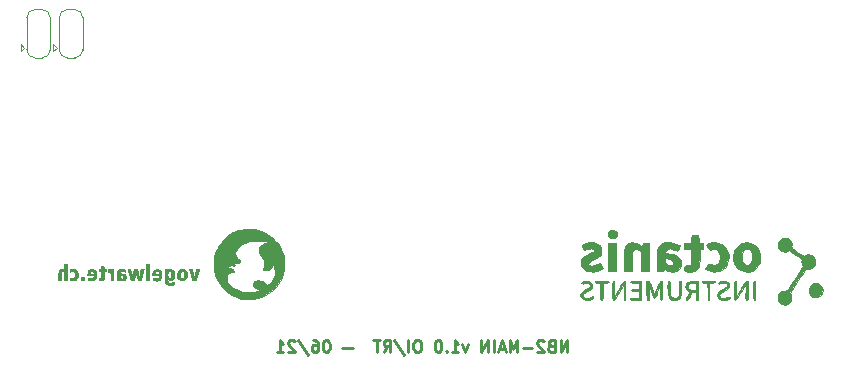
<source format=gbo>
G04 #@! TF.GenerationSoftware,KiCad,Pcbnew,(5.1.5-0-10_14)*
G04 #@! TF.CreationDate,2021-06-08T11:11:05+02:00*
G04 #@! TF.ProjectId,Nestbox,4e657374-626f-4782-9e6b-696361645f70,rev?*
G04 #@! TF.SameCoordinates,Original*
G04 #@! TF.FileFunction,Legend,Bot*
G04 #@! TF.FilePolarity,Positive*
%FSLAX46Y46*%
G04 Gerber Fmt 4.6, Leading zero omitted, Abs format (unit mm)*
G04 Created by KiCad (PCBNEW (5.1.5-0-10_14)) date 2021-06-08 11:11:05*
%MOMM*%
%LPD*%
G04 APERTURE LIST*
%ADD10C,0.250000*%
%ADD11C,0.010000*%
%ADD12C,0.120000*%
G04 APERTURE END LIST*
D10*
X148785714Y57297619D02*
X148785714Y58297619D01*
X148214285Y57297619D01*
X148214285Y58297619D01*
X147404761Y57821428D02*
X147261904Y57773809D01*
X147214285Y57726190D01*
X147166666Y57630952D01*
X147166666Y57488095D01*
X147214285Y57392857D01*
X147261904Y57345238D01*
X147357142Y57297619D01*
X147738095Y57297619D01*
X147738095Y58297619D01*
X147404761Y58297619D01*
X147309523Y58250000D01*
X147261904Y58202380D01*
X147214285Y58107142D01*
X147214285Y58011904D01*
X147261904Y57916666D01*
X147309523Y57869047D01*
X147404761Y57821428D01*
X147738095Y57821428D01*
X146785714Y58202380D02*
X146738095Y58250000D01*
X146642857Y58297619D01*
X146404761Y58297619D01*
X146309523Y58250000D01*
X146261904Y58202380D01*
X146214285Y58107142D01*
X146214285Y58011904D01*
X146261904Y57869047D01*
X146833333Y57297619D01*
X146214285Y57297619D01*
X145785714Y57678571D02*
X145023809Y57678571D01*
X144547619Y57297619D02*
X144547619Y58297619D01*
X144214285Y57583333D01*
X143880952Y58297619D01*
X143880952Y57297619D01*
X143452380Y57583333D02*
X142976190Y57583333D01*
X143547619Y57297619D02*
X143214285Y58297619D01*
X142880952Y57297619D01*
X142547619Y57297619D02*
X142547619Y58297619D01*
X142071428Y57297619D02*
X142071428Y58297619D01*
X141500000Y57297619D01*
X141500000Y58297619D01*
X140357142Y57964285D02*
X140119047Y57297619D01*
X139880952Y57964285D01*
X138976190Y57297619D02*
X139547619Y57297619D01*
X139261904Y57297619D02*
X139261904Y58297619D01*
X139357142Y58154761D01*
X139452380Y58059523D01*
X139547619Y58011904D01*
X138547619Y57392857D02*
X138500000Y57345238D01*
X138547619Y57297619D01*
X138595238Y57345238D01*
X138547619Y57392857D01*
X138547619Y57297619D01*
X137880952Y58297619D02*
X137785714Y58297619D01*
X137690476Y58250000D01*
X137642857Y58202380D01*
X137595238Y58107142D01*
X137547619Y57916666D01*
X137547619Y57678571D01*
X137595238Y57488095D01*
X137642857Y57392857D01*
X137690476Y57345238D01*
X137785714Y57297619D01*
X137880952Y57297619D01*
X137976190Y57345238D01*
X138023809Y57392857D01*
X138071428Y57488095D01*
X138119047Y57678571D01*
X138119047Y57916666D01*
X138071428Y58107142D01*
X138023809Y58202380D01*
X137976190Y58250000D01*
X137880952Y58297619D01*
X136166666Y58297619D02*
X135976190Y58297619D01*
X135880952Y58250000D01*
X135785714Y58154761D01*
X135738095Y57964285D01*
X135738095Y57630952D01*
X135785714Y57440476D01*
X135880952Y57345238D01*
X135976190Y57297619D01*
X136166666Y57297619D01*
X136261904Y57345238D01*
X136357142Y57440476D01*
X136404761Y57630952D01*
X136404761Y57964285D01*
X136357142Y58154761D01*
X136261904Y58250000D01*
X136166666Y58297619D01*
X135309523Y57297619D02*
X135309523Y58297619D01*
X134119047Y58345238D02*
X134976190Y57059523D01*
X133214285Y57297619D02*
X133547619Y57773809D01*
X133785714Y57297619D02*
X133785714Y58297619D01*
X133404761Y58297619D01*
X133309523Y58250000D01*
X133261904Y58202380D01*
X133214285Y58107142D01*
X133214285Y57964285D01*
X133261904Y57869047D01*
X133309523Y57821428D01*
X133404761Y57773809D01*
X133785714Y57773809D01*
X132928571Y58297619D02*
X132357142Y58297619D01*
X132642857Y57297619D02*
X132642857Y58297619D01*
X130595238Y57630952D02*
X129738095Y57630952D01*
X128404761Y58297619D02*
X128309523Y58297619D01*
X128214285Y58250000D01*
X128166666Y58202380D01*
X128119047Y58107142D01*
X128071428Y57916666D01*
X128071428Y57678571D01*
X128119047Y57488095D01*
X128166666Y57392857D01*
X128214285Y57345238D01*
X128309523Y57297619D01*
X128404761Y57297619D01*
X128500000Y57345238D01*
X128547619Y57392857D01*
X128595238Y57488095D01*
X128642857Y57678571D01*
X128642857Y57916666D01*
X128595238Y58107142D01*
X128547619Y58202380D01*
X128500000Y58250000D01*
X128404761Y58297619D01*
X127214285Y58297619D02*
X127404761Y58297619D01*
X127500000Y58250000D01*
X127547619Y58202380D01*
X127642857Y58059523D01*
X127690476Y57869047D01*
X127690476Y57488095D01*
X127642857Y57392857D01*
X127595238Y57345238D01*
X127500000Y57297619D01*
X127309523Y57297619D01*
X127214285Y57345238D01*
X127166666Y57392857D01*
X127119047Y57488095D01*
X127119047Y57726190D01*
X127166666Y57821428D01*
X127214285Y57869047D01*
X127309523Y57916666D01*
X127500000Y57916666D01*
X127595238Y57869047D01*
X127642857Y57821428D01*
X127690476Y57726190D01*
X125976190Y58345238D02*
X126833333Y57059523D01*
X125690476Y58202380D02*
X125642857Y58250000D01*
X125547619Y58297619D01*
X125309523Y58297619D01*
X125214285Y58250000D01*
X125166666Y58202380D01*
X125119047Y58107142D01*
X125119047Y58011904D01*
X125166666Y57869047D01*
X125738095Y57297619D01*
X125119047Y57297619D01*
X124166666Y57297619D02*
X124738095Y57297619D01*
X124452380Y57297619D02*
X124452380Y58297619D01*
X124547619Y58154761D01*
X124642857Y58059523D01*
X124738095Y58011904D01*
D11*
G36*
X152507288Y67641981D02*
G01*
X152342009Y67564001D01*
X152297491Y67524910D01*
X152194045Y67378944D01*
X152187797Y67233945D01*
X152277996Y67072368D01*
X152278088Y67072251D01*
X152417797Y66968846D01*
X152596102Y66933147D01*
X152774047Y66967229D01*
X152884000Y67040000D01*
X152960477Y67168148D01*
X152985600Y67294000D01*
X152943253Y67463265D01*
X152832815Y67583255D01*
X152679191Y67645613D01*
X152507288Y67641981D01*
G37*
X152507288Y67641981D02*
X152342009Y67564001D01*
X152297491Y67524910D01*
X152194045Y67378944D01*
X152187797Y67233945D01*
X152277996Y67072368D01*
X152278088Y67072251D01*
X152417797Y66968846D01*
X152596102Y66933147D01*
X152774047Y66967229D01*
X152884000Y67040000D01*
X152960477Y67168148D01*
X152985600Y67294000D01*
X152943253Y67463265D01*
X152832815Y67583255D01*
X152679191Y67645613D01*
X152507288Y67641981D01*
G36*
X152223600Y64144400D02*
G01*
X152934800Y64144400D01*
X152934800Y66532000D01*
X152223600Y66532000D01*
X152223600Y64144400D01*
G37*
X152223600Y64144400D02*
X152934800Y64144400D01*
X152934800Y66532000D01*
X152223600Y66532000D01*
X152223600Y64144400D01*
G36*
X154029167Y66555812D02*
G01*
X153824896Y66414826D01*
X153672547Y66198522D01*
X153635608Y66112924D01*
X153607929Y66012712D01*
X153587715Y65880986D01*
X153573166Y65700848D01*
X153562487Y65455397D01*
X153553879Y65127735D01*
X153552677Y65071500D01*
X153533261Y64144400D01*
X154248910Y64144400D01*
X154264955Y65012197D01*
X154271743Y65331059D01*
X154279778Y65563643D01*
X154290929Y65725269D01*
X154307064Y65831257D01*
X154330053Y65896927D01*
X154361765Y65937599D01*
X154379610Y65951997D01*
X154535915Y66017433D01*
X154712302Y65992695D01*
X154852500Y65922957D01*
X155017600Y65822294D01*
X155017600Y64144400D01*
X155728800Y64144400D01*
X155728800Y66532000D01*
X155450368Y66532000D01*
X155288439Y66527678D01*
X155200041Y66507085D01*
X155157222Y66458780D01*
X155140061Y66405000D01*
X155110726Y66310236D01*
X155091669Y66278000D01*
X155043281Y66302599D01*
X154934682Y66366382D01*
X154820617Y66436228D01*
X154536840Y66568544D01*
X154269753Y66607728D01*
X154029167Y66555812D01*
G37*
X154029167Y66555812D02*
X153824896Y66414826D01*
X153672547Y66198522D01*
X153635608Y66112924D01*
X153607929Y66012712D01*
X153587715Y65880986D01*
X153573166Y65700848D01*
X153562487Y65455397D01*
X153553879Y65127735D01*
X153552677Y65071500D01*
X153533261Y64144400D01*
X154248910Y64144400D01*
X154264955Y65012197D01*
X154271743Y65331059D01*
X154279778Y65563643D01*
X154290929Y65725269D01*
X154307064Y65831257D01*
X154330053Y65896927D01*
X154361765Y65937599D01*
X154379610Y65951997D01*
X154535915Y66017433D01*
X154712302Y65992695D01*
X154852500Y65922957D01*
X155017600Y65822294D01*
X155017600Y64144400D01*
X155728800Y64144400D01*
X155728800Y66532000D01*
X155450368Y66532000D01*
X155288439Y66527678D01*
X155200041Y66507085D01*
X155157222Y66458780D01*
X155140061Y66405000D01*
X155110726Y66310236D01*
X155091669Y66278000D01*
X155043281Y66302599D01*
X154934682Y66366382D01*
X154820617Y66436228D01*
X154536840Y66568544D01*
X154269753Y66607728D01*
X154029167Y66555812D01*
G36*
X150359608Y66541729D02*
G01*
X150104660Y66423762D01*
X150009125Y66355841D01*
X149975101Y66291121D01*
X150004241Y66205033D01*
X150098200Y66073009D01*
X150131084Y66031119D01*
X150199787Y65954665D01*
X150261980Y65940030D01*
X150361118Y65981275D01*
X150389385Y65995800D01*
X150582777Y66055619D01*
X150765956Y66064882D01*
X150903409Y66046739D01*
X150969288Y66006215D01*
X150993565Y65924223D01*
X150994121Y65919580D01*
X150999524Y65862253D01*
X150990257Y65817715D01*
X150951592Y65775540D01*
X150868801Y65725302D01*
X150727154Y65656575D01*
X150511922Y65558931D01*
X150437112Y65525281D01*
X150189595Y65393851D01*
X150029082Y65253545D01*
X149941411Y65086113D01*
X149912418Y64873302D01*
X149912200Y64848860D01*
X149954624Y64593785D01*
X150084807Y64385365D01*
X150288140Y64227264D01*
X150473081Y64157977D01*
X150715827Y64119004D01*
X150976438Y64112941D01*
X151214974Y64142384D01*
X151288081Y64162283D01*
X151463335Y64229876D01*
X151627046Y64308493D01*
X151650192Y64321652D01*
X151804821Y64412993D01*
X151652230Y64629475D01*
X151499640Y64845957D01*
X151269854Y64723779D01*
X151029838Y64628811D01*
X150814342Y64606160D01*
X150643632Y64657571D01*
X150627586Y64668458D01*
X150553169Y64752598D01*
X150561222Y64841796D01*
X150656186Y64941672D01*
X150842502Y65057846D01*
X150997331Y65136433D01*
X151275407Y65282137D01*
X151468264Y65415342D01*
X151588802Y65549913D01*
X151649921Y65699718D01*
X151664800Y65853895D01*
X151623944Y66119435D01*
X151499868Y66327555D01*
X151313776Y66469817D01*
X151012209Y66579579D01*
X150685221Y66603210D01*
X150359608Y66541729D01*
G37*
X150359608Y66541729D02*
X150104660Y66423762D01*
X150009125Y66355841D01*
X149975101Y66291121D01*
X150004241Y66205033D01*
X150098200Y66073009D01*
X150131084Y66031119D01*
X150199787Y65954665D01*
X150261980Y65940030D01*
X150361118Y65981275D01*
X150389385Y65995800D01*
X150582777Y66055619D01*
X150765956Y66064882D01*
X150903409Y66046739D01*
X150969288Y66006215D01*
X150993565Y65924223D01*
X150994121Y65919580D01*
X150999524Y65862253D01*
X150990257Y65817715D01*
X150951592Y65775540D01*
X150868801Y65725302D01*
X150727154Y65656575D01*
X150511922Y65558931D01*
X150437112Y65525281D01*
X150189595Y65393851D01*
X150029082Y65253545D01*
X149941411Y65086113D01*
X149912418Y64873302D01*
X149912200Y64848860D01*
X149954624Y64593785D01*
X150084807Y64385365D01*
X150288140Y64227264D01*
X150473081Y64157977D01*
X150715827Y64119004D01*
X150976438Y64112941D01*
X151214974Y64142384D01*
X151288081Y64162283D01*
X151463335Y64229876D01*
X151627046Y64308493D01*
X151650192Y64321652D01*
X151804821Y64412993D01*
X151652230Y64629475D01*
X151499640Y64845957D01*
X151269854Y64723779D01*
X151029838Y64628811D01*
X150814342Y64606160D01*
X150643632Y64657571D01*
X150627586Y64668458D01*
X150553169Y64752598D01*
X150561222Y64841796D01*
X150656186Y64941672D01*
X150842502Y65057846D01*
X150997331Y65136433D01*
X151275407Y65282137D01*
X151468264Y65415342D01*
X151588802Y65549913D01*
X151649921Y65699718D01*
X151664800Y65853895D01*
X151623944Y66119435D01*
X151499868Y66327555D01*
X151313776Y66469817D01*
X151012209Y66579579D01*
X150685221Y66603210D01*
X150359608Y66541729D01*
G36*
X157065186Y66577310D02*
G01*
X156802079Y66490755D01*
X156596956Y66344171D01*
X156540064Y66275842D01*
X156464507Y66134742D01*
X156408355Y65944336D01*
X156369834Y65692270D01*
X156347169Y65366190D01*
X156338587Y64953743D01*
X156338400Y64871532D01*
X156338400Y64139330D01*
X156630500Y64154565D01*
X156797567Y64167777D01*
X156888394Y64192227D01*
X156928338Y64238569D01*
X156938834Y64284100D01*
X156975939Y64380703D01*
X157035728Y64388642D01*
X157078270Y64342311D01*
X157162255Y64271477D01*
X157309998Y64197835D01*
X157485102Y64135639D01*
X157651168Y64099144D01*
X157710000Y64094906D01*
X157878895Y64122083D01*
X158043717Y64189130D01*
X158050140Y64192965D01*
X158252217Y64368042D01*
X158371621Y64583485D01*
X158404267Y64798668D01*
X157728271Y64798668D01*
X157708220Y64750674D01*
X157617314Y64677674D01*
X157471293Y64652263D01*
X157305366Y64675513D01*
X157174813Y64734443D01*
X157091716Y64810718D01*
X157055595Y64919040D01*
X157049600Y65039243D01*
X157061619Y65179161D01*
X157108263Y65251220D01*
X157205409Y65260831D01*
X157368939Y65213404D01*
X157458929Y65178702D01*
X157632169Y65075206D01*
X157724932Y64943407D01*
X157728271Y64798668D01*
X158404267Y64798668D01*
X158407394Y64819277D01*
X158358575Y65055403D01*
X158224203Y65271847D01*
X158107110Y65380158D01*
X157939230Y65475607D01*
X157711584Y65563886D01*
X157465832Y65631882D01*
X157243634Y65666483D01*
X157191327Y65668401D01*
X157079661Y65694826D01*
X157053585Y65768838D01*
X157113577Y65882542D01*
X157174291Y65950110D01*
X157306592Y66043099D01*
X157462683Y66068111D01*
X157662795Y66025654D01*
X157816429Y65966280D01*
X157958467Y65909559D01*
X158056580Y65878633D01*
X158083725Y65877380D01*
X158131138Y65949523D01*
X158198072Y66061738D01*
X158264479Y66178975D01*
X158310310Y66266186D01*
X158319600Y66289759D01*
X158276989Y66321595D01*
X158165334Y66380750D01*
X158010564Y66453613D01*
X157688611Y66561058D01*
X157367091Y66601517D01*
X157065186Y66577310D01*
G37*
X157065186Y66577310D02*
X156802079Y66490755D01*
X156596956Y66344171D01*
X156540064Y66275842D01*
X156464507Y66134742D01*
X156408355Y65944336D01*
X156369834Y65692270D01*
X156347169Y65366190D01*
X156338587Y64953743D01*
X156338400Y64871532D01*
X156338400Y64139330D01*
X156630500Y64154565D01*
X156797567Y64167777D01*
X156888394Y64192227D01*
X156928338Y64238569D01*
X156938834Y64284100D01*
X156975939Y64380703D01*
X157035728Y64388642D01*
X157078270Y64342311D01*
X157162255Y64271477D01*
X157309998Y64197835D01*
X157485102Y64135639D01*
X157651168Y64099144D01*
X157710000Y64094906D01*
X157878895Y64122083D01*
X158043717Y64189130D01*
X158050140Y64192965D01*
X158252217Y64368042D01*
X158371621Y64583485D01*
X158404267Y64798668D01*
X157728271Y64798668D01*
X157708220Y64750674D01*
X157617314Y64677674D01*
X157471293Y64652263D01*
X157305366Y64675513D01*
X157174813Y64734443D01*
X157091716Y64810718D01*
X157055595Y64919040D01*
X157049600Y65039243D01*
X157061619Y65179161D01*
X157108263Y65251220D01*
X157205409Y65260831D01*
X157368939Y65213404D01*
X157458929Y65178702D01*
X157632169Y65075206D01*
X157724932Y64943407D01*
X157728271Y64798668D01*
X158404267Y64798668D01*
X158407394Y64819277D01*
X158358575Y65055403D01*
X158224203Y65271847D01*
X158107110Y65380158D01*
X157939230Y65475607D01*
X157711584Y65563886D01*
X157465832Y65631882D01*
X157243634Y65666483D01*
X157191327Y65668401D01*
X157079661Y65694826D01*
X157053585Y65768838D01*
X157113577Y65882542D01*
X157174291Y65950110D01*
X157306592Y66043099D01*
X157462683Y66068111D01*
X157662795Y66025654D01*
X157816429Y65966280D01*
X157958467Y65909559D01*
X158056580Y65878633D01*
X158083725Y65877380D01*
X158131138Y65949523D01*
X158198072Y66061738D01*
X158264479Y66178975D01*
X158310310Y66266186D01*
X158319600Y66289759D01*
X158276989Y66321595D01*
X158165334Y66380750D01*
X158010564Y66453613D01*
X157688611Y66561058D01*
X157367091Y66601517D01*
X157065186Y66577310D01*
G36*
X159274525Y66874900D02*
G01*
X159259400Y66557400D01*
X158675200Y66526930D01*
X158675200Y66024000D01*
X159284800Y66024000D01*
X159284800Y65451104D01*
X159279478Y65146645D01*
X159259331Y64929416D01*
X159218086Y64785405D01*
X159149474Y64700601D01*
X159047222Y64660995D01*
X158927288Y64652400D01*
X158791852Y64641877D01*
X158725126Y64599630D01*
X158701264Y64538100D01*
X158665022Y64348038D01*
X158668284Y64231494D01*
X158715175Y64166742D01*
X158776800Y64140416D01*
X159011209Y64102760D01*
X159261479Y64109749D01*
X159480182Y64158747D01*
X159535189Y64182579D01*
X159692300Y64283404D01*
X159810679Y64413677D01*
X159895126Y64587510D01*
X159950439Y64819011D01*
X159981416Y65122291D01*
X159992855Y65511459D01*
X159992972Y65528700D01*
X159996000Y66024000D01*
X160148400Y66024000D01*
X160238618Y66029550D01*
X160283606Y66063670D01*
X160299089Y66152569D01*
X160300800Y66278000D01*
X160300800Y66532000D01*
X160127037Y66532001D01*
X160042909Y66533445D01*
X159987404Y66550323D01*
X159950233Y66601450D01*
X159921110Y66705642D01*
X159889747Y66881716D01*
X159870122Y67001900D01*
X159838997Y67192400D01*
X159289649Y67192400D01*
X159274525Y66874900D01*
G37*
X159274525Y66874900D02*
X159259400Y66557400D01*
X158675200Y66526930D01*
X158675200Y66024000D01*
X159284800Y66024000D01*
X159284800Y65451104D01*
X159279478Y65146645D01*
X159259331Y64929416D01*
X159218086Y64785405D01*
X159149474Y64700601D01*
X159047222Y64660995D01*
X158927288Y64652400D01*
X158791852Y64641877D01*
X158725126Y64599630D01*
X158701264Y64538100D01*
X158665022Y64348038D01*
X158668284Y64231494D01*
X158715175Y64166742D01*
X158776800Y64140416D01*
X159011209Y64102760D01*
X159261479Y64109749D01*
X159480182Y64158747D01*
X159535189Y64182579D01*
X159692300Y64283404D01*
X159810679Y64413677D01*
X159895126Y64587510D01*
X159950439Y64819011D01*
X159981416Y65122291D01*
X159992855Y65511459D01*
X159992972Y65528700D01*
X159996000Y66024000D01*
X160148400Y66024000D01*
X160238618Y66029550D01*
X160283606Y66063670D01*
X160299089Y66152569D01*
X160300800Y66278000D01*
X160300800Y66532000D01*
X160127037Y66532001D01*
X160042909Y66533445D01*
X159987404Y66550323D01*
X159950233Y66601450D01*
X159921110Y66705642D01*
X159889747Y66881716D01*
X159870122Y67001900D01*
X159838997Y67192400D01*
X159289649Y67192400D01*
X159274525Y66874900D01*
G36*
X160986944Y66579869D02*
G01*
X160740163Y66510970D01*
X160617130Y66439947D01*
X160501660Y66351998D01*
X160812608Y65929176D01*
X160988504Y66002670D01*
X161196751Y66042801D01*
X161386328Y65991994D01*
X161544233Y65860755D01*
X161657465Y65659588D01*
X161711311Y65418663D01*
X161699946Y65152409D01*
X161619714Y64932998D01*
X161483838Y64771633D01*
X161305541Y64679520D01*
X161098044Y64667861D01*
X160902041Y64732923D01*
X160805234Y64777136D01*
X160737404Y64777188D01*
X160673996Y64719551D01*
X160590459Y64590701D01*
X160564146Y64546772D01*
X160455632Y64364943D01*
X160663012Y64248389D01*
X160903470Y64156583D01*
X161189450Y64111424D01*
X161475915Y64116549D01*
X161691934Y64165277D01*
X161962818Y64316537D01*
X162176480Y64536390D01*
X162328909Y64806875D01*
X162416089Y65110030D01*
X162434007Y65427894D01*
X162378649Y65742506D01*
X162246001Y66035904D01*
X162141745Y66178118D01*
X162009958Y66313398D01*
X161874414Y66424353D01*
X161819006Y66458797D01*
X161557318Y66554268D01*
X161269646Y66594463D01*
X160986944Y66579869D01*
G37*
X160986944Y66579869D02*
X160740163Y66510970D01*
X160617130Y66439947D01*
X160501660Y66351998D01*
X160812608Y65929176D01*
X160988504Y66002670D01*
X161196751Y66042801D01*
X161386328Y65991994D01*
X161544233Y65860755D01*
X161657465Y65659588D01*
X161711311Y65418663D01*
X161699946Y65152409D01*
X161619714Y64932998D01*
X161483838Y64771633D01*
X161305541Y64679520D01*
X161098044Y64667861D01*
X160902041Y64732923D01*
X160805234Y64777136D01*
X160737404Y64777188D01*
X160673996Y64719551D01*
X160590459Y64590701D01*
X160564146Y64546772D01*
X160455632Y64364943D01*
X160663012Y64248389D01*
X160903470Y64156583D01*
X161189450Y64111424D01*
X161475915Y64116549D01*
X161691934Y64165277D01*
X161962818Y64316537D01*
X162176480Y64536390D01*
X162328909Y64806875D01*
X162416089Y65110030D01*
X162434007Y65427894D01*
X162378649Y65742506D01*
X162246001Y66035904D01*
X162141745Y66178118D01*
X162009958Y66313398D01*
X161874414Y66424353D01*
X161819006Y66458797D01*
X161557318Y66554268D01*
X161269646Y66594463D01*
X160986944Y66579869D01*
G36*
X163632165Y66555366D02*
G01*
X163475800Y66493897D01*
X163193709Y66301813D01*
X162993628Y66056524D01*
X162872107Y65751869D01*
X162825695Y65381685D01*
X162825007Y65331808D01*
X162831334Y65116561D01*
X162859353Y64956049D01*
X162920178Y64803958D01*
X162977423Y64696808D01*
X163178608Y64435442D01*
X163438584Y64243897D01*
X163737779Y64129513D01*
X164056622Y64099632D01*
X164375545Y64161593D01*
X164390200Y64166886D01*
X164586126Y64276305D01*
X164782292Y64446580D01*
X164949406Y64646783D01*
X165058178Y64845983D01*
X165071190Y64885952D01*
X165124055Y65215340D01*
X165119435Y65328097D01*
X164415600Y65328097D01*
X164386641Y65064149D01*
X164307347Y64858257D01*
X164189093Y64719016D01*
X164043254Y64655020D01*
X163881205Y64674864D01*
X163714322Y64787144D01*
X163707968Y64793418D01*
X163586169Y64981381D01*
X163524347Y65225807D01*
X163527895Y65497466D01*
X163554027Y65627546D01*
X163648149Y65859565D01*
X163780075Y66003745D01*
X163943556Y66056207D01*
X164132338Y66013076D01*
X164156531Y66001222D01*
X164294141Y65880309D01*
X164379257Y65683614D01*
X164414347Y65404727D01*
X164415600Y65328097D01*
X165119435Y65328097D01*
X165110257Y65552060D01*
X165035345Y65870276D01*
X164904869Y66144153D01*
X164764530Y66313676D01*
X164523994Y66472490D01*
X164233993Y66568660D01*
X163926169Y66597760D01*
X163632165Y66555366D01*
G37*
X163632165Y66555366D02*
X163475800Y66493897D01*
X163193709Y66301813D01*
X162993628Y66056524D01*
X162872107Y65751869D01*
X162825695Y65381685D01*
X162825007Y65331808D01*
X162831334Y65116561D01*
X162859353Y64956049D01*
X162920178Y64803958D01*
X162977423Y64696808D01*
X163178608Y64435442D01*
X163438584Y64243897D01*
X163737779Y64129513D01*
X164056622Y64099632D01*
X164375545Y64161593D01*
X164390200Y64166886D01*
X164586126Y64276305D01*
X164782292Y64446580D01*
X164949406Y64646783D01*
X165058178Y64845983D01*
X165071190Y64885952D01*
X165124055Y65215340D01*
X165119435Y65328097D01*
X164415600Y65328097D01*
X164386641Y65064149D01*
X164307347Y64858257D01*
X164189093Y64719016D01*
X164043254Y64655020D01*
X163881205Y64674864D01*
X163714322Y64787144D01*
X163707968Y64793418D01*
X163586169Y64981381D01*
X163524347Y65225807D01*
X163527895Y65497466D01*
X163554027Y65627546D01*
X163648149Y65859565D01*
X163780075Y66003745D01*
X163943556Y66056207D01*
X164132338Y66013076D01*
X164156531Y66001222D01*
X164294141Y65880309D01*
X164379257Y65683614D01*
X164414347Y65404727D01*
X164415600Y65328097D01*
X165119435Y65328097D01*
X165110257Y65552060D01*
X165035345Y65870276D01*
X164904869Y66144153D01*
X164764530Y66313676D01*
X164523994Y66472490D01*
X164233993Y66568660D01*
X163926169Y66597760D01*
X163632165Y66555366D01*
G36*
X169652143Y63104315D02*
G01*
X169434241Y62989351D01*
X169287174Y62818299D01*
X169215667Y62612221D01*
X169224442Y62392176D01*
X169318222Y62179223D01*
X169418492Y62062454D01*
X169566270Y61974900D01*
X169753420Y61929318D01*
X169934625Y61932890D01*
X170029000Y61965690D01*
X170237535Y62129396D01*
X170366622Y62324660D01*
X170408034Y62535316D01*
X170385915Y62667058D01*
X170279792Y62863600D01*
X170114818Y63014862D01*
X169917384Y63105119D01*
X169713878Y63118646D01*
X169652143Y63104315D01*
G37*
X169652143Y63104315D02*
X169434241Y62989351D01*
X169287174Y62818299D01*
X169215667Y62612221D01*
X169224442Y62392176D01*
X169318222Y62179223D01*
X169418492Y62062454D01*
X169566270Y61974900D01*
X169753420Y61929318D01*
X169934625Y61932890D01*
X170029000Y61965690D01*
X170237535Y62129396D01*
X170366622Y62324660D01*
X170408034Y62535316D01*
X170385915Y62667058D01*
X170279792Y62863600D01*
X170114818Y63014862D01*
X169917384Y63105119D01*
X169713878Y63118646D01*
X169652143Y63104315D01*
G36*
X150281750Y63315114D02*
G01*
X150132129Y63272907D01*
X150019872Y63215858D01*
X149968327Y63154849D01*
X149981186Y63115295D01*
X150059992Y63086716D01*
X150167213Y63119618D01*
X150367509Y63175963D01*
X150541917Y63159811D01*
X150665958Y63073708D01*
X150670648Y63067257D01*
X150714111Y62952610D01*
X150673721Y62842346D01*
X150543986Y62729084D01*
X150331142Y62611097D01*
X150084647Y62462833D01*
X149936883Y62305700D01*
X149888623Y62141682D01*
X149940642Y61972759D01*
X150035293Y61854493D01*
X150150737Y61758750D01*
X150273021Y61716102D01*
X150428993Y61708034D01*
X150608662Y61725268D01*
X150769338Y61766163D01*
X150813900Y61785857D01*
X150925751Y61876526D01*
X150952243Y61971764D01*
X150921398Y62026070D01*
X150864116Y62020620D01*
X150768936Y61963596D01*
X150762147Y61958337D01*
X150610083Y61884768D01*
X150429636Y61860015D01*
X150262294Y61885287D01*
X150167071Y61940987D01*
X150108817Y62053667D01*
X150099943Y62156887D01*
X150126306Y62238646D01*
X150197454Y62311836D01*
X150333380Y62393496D01*
X150440047Y62446774D01*
X150613265Y62538715D01*
X150754801Y62628993D01*
X150833747Y62697784D01*
X150903650Y62865737D01*
X150887568Y63034533D01*
X150798643Y63182726D01*
X150650015Y63288869D01*
X150454824Y63331518D01*
X150445387Y63331600D01*
X150281750Y63315114D01*
G37*
X150281750Y63315114D02*
X150132129Y63272907D01*
X150019872Y63215858D01*
X149968327Y63154849D01*
X149981186Y63115295D01*
X150059992Y63086716D01*
X150167213Y63119618D01*
X150367509Y63175963D01*
X150541917Y63159811D01*
X150665958Y63073708D01*
X150670648Y63067257D01*
X150714111Y62952610D01*
X150673721Y62842346D01*
X150543986Y62729084D01*
X150331142Y62611097D01*
X150084647Y62462833D01*
X149936883Y62305700D01*
X149888623Y62141682D01*
X149940642Y61972759D01*
X150035293Y61854493D01*
X150150737Y61758750D01*
X150273021Y61716102D01*
X150428993Y61708034D01*
X150608662Y61725268D01*
X150769338Y61766163D01*
X150813900Y61785857D01*
X150925751Y61876526D01*
X150952243Y61971764D01*
X150921398Y62026070D01*
X150864116Y62020620D01*
X150768936Y61963596D01*
X150762147Y61958337D01*
X150610083Y61884768D01*
X150429636Y61860015D01*
X150262294Y61885287D01*
X150167071Y61940987D01*
X150108817Y62053667D01*
X150099943Y62156887D01*
X150126306Y62238646D01*
X150197454Y62311836D01*
X150333380Y62393496D01*
X150440047Y62446774D01*
X150613265Y62538715D01*
X150754801Y62628993D01*
X150833747Y62697784D01*
X150903650Y62865737D01*
X150887568Y63034533D01*
X150798643Y63182726D01*
X150650015Y63288869D01*
X150454824Y63331518D01*
X150445387Y63331600D01*
X150281750Y63315114D01*
G36*
X151433662Y63329565D02*
G01*
X151262850Y63322082D01*
X151161947Y63307090D01*
X151115137Y63282524D01*
X151106000Y63255400D01*
X151135918Y63205176D01*
X151237642Y63182299D01*
X151334600Y63179200D01*
X151563200Y63179200D01*
X151563200Y62442600D01*
X151563908Y62155407D01*
X151567442Y61954464D01*
X151575919Y61824425D01*
X151591456Y61749944D01*
X151616169Y61715674D01*
X151652176Y61706269D01*
X151664800Y61706000D01*
X151704413Y61711130D01*
X151732130Y61736751D01*
X151750066Y61798209D01*
X151760339Y61910851D01*
X151765066Y62090024D01*
X151766364Y62351075D01*
X151766400Y62442600D01*
X151766400Y63179200D01*
X152020400Y63179200D01*
X152180132Y63187358D01*
X152258147Y63215601D01*
X152274400Y63255400D01*
X152258793Y63288862D01*
X152201427Y63311142D01*
X152086485Y63324303D01*
X151898150Y63330409D01*
X151690200Y63331600D01*
X151433662Y63329565D01*
G37*
X151433662Y63329565D02*
X151262850Y63322082D01*
X151161947Y63307090D01*
X151115137Y63282524D01*
X151106000Y63255400D01*
X151135918Y63205176D01*
X151237642Y63182299D01*
X151334600Y63179200D01*
X151563200Y63179200D01*
X151563200Y62442600D01*
X151563908Y62155407D01*
X151567442Y61954464D01*
X151575919Y61824425D01*
X151591456Y61749944D01*
X151616169Y61715674D01*
X151652176Y61706269D01*
X151664800Y61706000D01*
X151704413Y61711130D01*
X151732130Y61736751D01*
X151750066Y61798209D01*
X151760339Y61910851D01*
X151765066Y62090024D01*
X151766364Y62351075D01*
X151766400Y62442600D01*
X151766400Y63179200D01*
X152020400Y63179200D01*
X152180132Y63187358D01*
X152258147Y63215601D01*
X152274400Y63255400D01*
X152258793Y63288862D01*
X152201427Y63311142D01*
X152086485Y63324303D01*
X151898150Y63330409D01*
X151690200Y63331600D01*
X151433662Y63329565D01*
G36*
X152625416Y63317219D02*
G01*
X152604998Y63265030D01*
X152591424Y63161469D01*
X152583447Y62992970D01*
X152579819Y62745967D01*
X152579200Y62518800D01*
X152579907Y62214468D01*
X152583172Y61997171D01*
X152590713Y61852349D01*
X152604248Y61765443D01*
X152625495Y61721891D01*
X152656172Y61707132D01*
X152675098Y61706000D01*
X152731988Y61734789D01*
X152813206Y61826572D01*
X152924577Y61989472D01*
X153071924Y62231615D01*
X153157555Y62379100D01*
X153544114Y63052200D01*
X153544257Y62379100D01*
X153545969Y62101062D01*
X153552094Y61909682D01*
X153564321Y61790056D01*
X153584341Y61727279D01*
X153613845Y61706447D01*
X153620600Y61706000D01*
X153649595Y61719461D01*
X153670354Y61768991D01*
X153684162Y61868311D01*
X153692306Y62031144D01*
X153696073Y62271211D01*
X153696800Y62518800D01*
X153696031Y62823447D01*
X153692615Y63041011D01*
X153684892Y63186008D01*
X153671202Y63272950D01*
X153649883Y63316352D01*
X153619276Y63330727D01*
X153603804Y63331600D01*
X153546140Y63299761D01*
X153461841Y63199523D01*
X153345953Y63023810D01*
X153193523Y62765543D01*
X153133904Y62660184D01*
X152757000Y61988768D01*
X152742826Y62660184D01*
X152735068Y62939660D01*
X152724359Y63132040D01*
X152708778Y63251821D01*
X152686406Y63313501D01*
X152655323Y63331579D01*
X152653926Y63331600D01*
X152625416Y63317219D01*
G37*
X152625416Y63317219D02*
X152604998Y63265030D01*
X152591424Y63161469D01*
X152583447Y62992970D01*
X152579819Y62745967D01*
X152579200Y62518800D01*
X152579907Y62214468D01*
X152583172Y61997171D01*
X152590713Y61852349D01*
X152604248Y61765443D01*
X152625495Y61721891D01*
X152656172Y61707132D01*
X152675098Y61706000D01*
X152731988Y61734789D01*
X152813206Y61826572D01*
X152924577Y61989472D01*
X153071924Y62231615D01*
X153157555Y62379100D01*
X153544114Y63052200D01*
X153544257Y62379100D01*
X153545969Y62101062D01*
X153552094Y61909682D01*
X153564321Y61790056D01*
X153584341Y61727279D01*
X153613845Y61706447D01*
X153620600Y61706000D01*
X153649595Y61719461D01*
X153670354Y61768991D01*
X153684162Y61868311D01*
X153692306Y62031144D01*
X153696073Y62271211D01*
X153696800Y62518800D01*
X153696031Y62823447D01*
X153692615Y63041011D01*
X153684892Y63186008D01*
X153671202Y63272950D01*
X153649883Y63316352D01*
X153619276Y63330727D01*
X153603804Y63331600D01*
X153546140Y63299761D01*
X153461841Y63199523D01*
X153345953Y63023810D01*
X153193523Y62765543D01*
X153133904Y62660184D01*
X152757000Y61988768D01*
X152742826Y62660184D01*
X152735068Y62939660D01*
X152724359Y63132040D01*
X152708778Y63251821D01*
X152686406Y63313501D01*
X152655323Y63331579D01*
X152653926Y63331600D01*
X152625416Y63317219D01*
G36*
X154337351Y63328631D02*
G01*
X154198416Y63317793D01*
X154126234Y63296194D01*
X154103442Y63260938D01*
X154103200Y63255400D01*
X154124113Y63214000D01*
X154199309Y63190305D01*
X154347473Y63180311D01*
X154458800Y63179200D01*
X154814400Y63179200D01*
X154814400Y62620400D01*
X154509600Y62620400D01*
X154332617Y62614548D01*
X154237595Y62593803D01*
X154205402Y62553382D01*
X154204800Y62544200D01*
X154228209Y62499955D01*
X154311189Y62476199D01*
X154472876Y62468151D01*
X154509600Y62468000D01*
X154814400Y62468000D01*
X154814400Y61858400D01*
X154433400Y61858400D01*
X154232433Y61854409D01*
X154114468Y61839984D01*
X154061130Y61811452D01*
X154052400Y61782200D01*
X154069672Y61745877D01*
X154132843Y61722889D01*
X154258943Y61710550D01*
X154465007Y61706168D01*
X154535000Y61706000D01*
X155017600Y61706000D01*
X155017600Y63331600D01*
X154560400Y63331600D01*
X154337351Y63328631D01*
G37*
X154337351Y63328631D02*
X154198416Y63317793D01*
X154126234Y63296194D01*
X154103442Y63260938D01*
X154103200Y63255400D01*
X154124113Y63214000D01*
X154199309Y63190305D01*
X154347473Y63180311D01*
X154458800Y63179200D01*
X154814400Y63179200D01*
X154814400Y62620400D01*
X154509600Y62620400D01*
X154332617Y62614548D01*
X154237595Y62593803D01*
X154205402Y62553382D01*
X154204800Y62544200D01*
X154228209Y62499955D01*
X154311189Y62476199D01*
X154472876Y62468151D01*
X154509600Y62468000D01*
X154814400Y62468000D01*
X154814400Y61858400D01*
X154433400Y61858400D01*
X154232433Y61854409D01*
X154114468Y61839984D01*
X154061130Y61811452D01*
X154052400Y61782200D01*
X154069672Y61745877D01*
X154132843Y61722889D01*
X154258943Y61710550D01*
X154465007Y61706168D01*
X154535000Y61706000D01*
X155017600Y61706000D01*
X155017600Y63331600D01*
X154560400Y63331600D01*
X154337351Y63328631D01*
G36*
X155474800Y62518800D02*
G01*
X155475266Y62215135D01*
X155477971Y61998414D01*
X155484877Y61853981D01*
X155497946Y61767182D01*
X155519140Y61723359D01*
X155550420Y61707858D01*
X155583605Y61706000D01*
X155627117Y61709465D01*
X155656382Y61730486D01*
X155673321Y61785002D01*
X155679854Y61888952D01*
X155677902Y62058275D01*
X155669385Y62308910D01*
X155666240Y62391800D01*
X155657515Y62642386D01*
X155651815Y62851927D01*
X155649521Y63001939D01*
X155651012Y63073935D01*
X155652118Y63077600D01*
X155672498Y63032623D01*
X155719597Y62909681D01*
X155786718Y62726758D01*
X155867166Y62501836D01*
X155879945Y62465655D01*
X155972374Y62217179D01*
X156052986Y62026798D01*
X156115707Y61907680D01*
X156153563Y61872627D01*
X156194282Y61925376D01*
X156259045Y62053149D01*
X156338029Y62235181D01*
X156401010Y62395673D01*
X156483550Y62613901D01*
X156556040Y62803323D01*
X156609047Y62939412D01*
X156629610Y62990046D01*
X156642462Y62976179D01*
X156650983Y62876151D01*
X156654624Y62705333D01*
X156652836Y62479092D01*
X156650916Y62393146D01*
X156645024Y62114701D01*
X156645106Y61922398D01*
X156652582Y61800883D01*
X156668869Y61734798D01*
X156695388Y61708788D01*
X156714416Y61706000D01*
X156745039Y61716840D01*
X156766959Y61758740D01*
X156781575Y61845777D01*
X156790288Y61992022D01*
X156794496Y62211552D01*
X156795600Y62518439D01*
X156795600Y62522334D01*
X156795185Y62826623D01*
X156792638Y63043645D01*
X156786010Y63187731D01*
X156773349Y63273216D01*
X156752705Y63314429D01*
X156722128Y63325706D01*
X156686712Y63322434D01*
X156634449Y63299441D01*
X156582457Y63236944D01*
X156523017Y63120078D01*
X156448410Y62933978D01*
X156364153Y62701347D01*
X156150481Y62096493D01*
X155932723Y62714047D01*
X155840982Y62969367D01*
X155772526Y63143355D01*
X155719025Y63251232D01*
X155672152Y63308223D01*
X155623579Y63329550D01*
X155594883Y63331600D01*
X155474800Y63331600D01*
X155474800Y62518800D01*
G37*
X155474800Y62518800D02*
X155475266Y62215135D01*
X155477971Y61998414D01*
X155484877Y61853981D01*
X155497946Y61767182D01*
X155519140Y61723359D01*
X155550420Y61707858D01*
X155583605Y61706000D01*
X155627117Y61709465D01*
X155656382Y61730486D01*
X155673321Y61785002D01*
X155679854Y61888952D01*
X155677902Y62058275D01*
X155669385Y62308910D01*
X155666240Y62391800D01*
X155657515Y62642386D01*
X155651815Y62851927D01*
X155649521Y63001939D01*
X155651012Y63073935D01*
X155652118Y63077600D01*
X155672498Y63032623D01*
X155719597Y62909681D01*
X155786718Y62726758D01*
X155867166Y62501836D01*
X155879945Y62465655D01*
X155972374Y62217179D01*
X156052986Y62026798D01*
X156115707Y61907680D01*
X156153563Y61872627D01*
X156194282Y61925376D01*
X156259045Y62053149D01*
X156338029Y62235181D01*
X156401010Y62395673D01*
X156483550Y62613901D01*
X156556040Y62803323D01*
X156609047Y62939412D01*
X156629610Y62990046D01*
X156642462Y62976179D01*
X156650983Y62876151D01*
X156654624Y62705333D01*
X156652836Y62479092D01*
X156650916Y62393146D01*
X156645024Y62114701D01*
X156645106Y61922398D01*
X156652582Y61800883D01*
X156668869Y61734798D01*
X156695388Y61708788D01*
X156714416Y61706000D01*
X156745039Y61716840D01*
X156766959Y61758740D01*
X156781575Y61845777D01*
X156790288Y61992022D01*
X156794496Y62211552D01*
X156795600Y62518439D01*
X156795600Y62522334D01*
X156795185Y62826623D01*
X156792638Y63043645D01*
X156786010Y63187731D01*
X156773349Y63273216D01*
X156752705Y63314429D01*
X156722128Y63325706D01*
X156686712Y63322434D01*
X156634449Y63299441D01*
X156582457Y63236944D01*
X156523017Y63120078D01*
X156448410Y62933978D01*
X156364153Y62701347D01*
X156150481Y62096493D01*
X155932723Y62714047D01*
X155840982Y62969367D01*
X155772526Y63143355D01*
X155719025Y63251232D01*
X155672152Y63308223D01*
X155623579Y63329550D01*
X155594883Y63331600D01*
X155474800Y63331600D01*
X155474800Y62518800D01*
G36*
X157304442Y63323263D02*
G01*
X157275890Y63285586D01*
X157260750Y63199575D01*
X157255174Y63046233D01*
X157255013Y62861700D01*
X157267306Y62477184D01*
X157303494Y62182699D01*
X157368659Y61968435D01*
X157467877Y61824579D01*
X157606230Y61741322D01*
X157788796Y61708852D01*
X157852533Y61707545D01*
X158017180Y61719810D01*
X158150738Y61748862D01*
X158184660Y61763533D01*
X158282126Y61853529D01*
X158351542Y62000684D01*
X158395757Y62216827D01*
X158417621Y62513787D01*
X158421200Y62745769D01*
X158420128Y62997186D01*
X158414928Y63164176D01*
X158402621Y63263903D01*
X158380232Y63313533D01*
X158344783Y63330233D01*
X158319600Y63331600D01*
X158277436Y63325817D01*
X158248887Y63297463D01*
X158231311Y63230035D01*
X158222068Y63107027D01*
X158218517Y62911935D01*
X158218000Y62696600D01*
X158216429Y62427416D01*
X158209932Y62240429D01*
X158195837Y62116263D01*
X158171472Y62035541D01*
X158134163Y61978885D01*
X158116400Y61960000D01*
X157969764Y61876160D01*
X157795393Y61862057D01*
X157635070Y61917291D01*
X157578174Y61965171D01*
X157536136Y62025561D01*
X157506716Y62110721D01*
X157486937Y62239949D01*
X157473822Y62432542D01*
X157464557Y62701771D01*
X157456386Y62964613D01*
X157446508Y63142324D01*
X157431937Y63251363D01*
X157409685Y63308190D01*
X157376765Y63329267D01*
X157350257Y63331600D01*
X157304442Y63323263D01*
G37*
X157304442Y63323263D02*
X157275890Y63285586D01*
X157260750Y63199575D01*
X157255174Y63046233D01*
X157255013Y62861700D01*
X157267306Y62477184D01*
X157303494Y62182699D01*
X157368659Y61968435D01*
X157467877Y61824579D01*
X157606230Y61741322D01*
X157788796Y61708852D01*
X157852533Y61707545D01*
X158017180Y61719810D01*
X158150738Y61748862D01*
X158184660Y61763533D01*
X158282126Y61853529D01*
X158351542Y62000684D01*
X158395757Y62216827D01*
X158417621Y62513787D01*
X158421200Y62745769D01*
X158420128Y62997186D01*
X158414928Y63164176D01*
X158402621Y63263903D01*
X158380232Y63313533D01*
X158344783Y63330233D01*
X158319600Y63331600D01*
X158277436Y63325817D01*
X158248887Y63297463D01*
X158231311Y63230035D01*
X158222068Y63107027D01*
X158218517Y62911935D01*
X158218000Y62696600D01*
X158216429Y62427416D01*
X158209932Y62240429D01*
X158195837Y62116263D01*
X158171472Y62035541D01*
X158134163Y61978885D01*
X158116400Y61960000D01*
X157969764Y61876160D01*
X157795393Y61862057D01*
X157635070Y61917291D01*
X157578174Y61965171D01*
X157536136Y62025561D01*
X157506716Y62110721D01*
X157486937Y62239949D01*
X157473822Y62432542D01*
X157464557Y62701771D01*
X157456386Y62964613D01*
X157446508Y63142324D01*
X157431937Y63251363D01*
X157409685Y63308190D01*
X157376765Y63329267D01*
X157350257Y63331600D01*
X157304442Y63323263D01*
G36*
X159214996Y63313633D02*
G01*
X158999785Y63255805D01*
X158861822Y63152227D01*
X158791855Y62997011D01*
X158778416Y62861700D01*
X158808626Y62683744D01*
X158913099Y62540139D01*
X159045786Y62442600D01*
X159082120Y62406876D01*
X159082498Y62350625D01*
X159040766Y62253422D01*
X158950772Y62094841D01*
X158931001Y62061600D01*
X158826610Y61871897D01*
X158785517Y61755484D01*
X158807176Y61706615D01*
X158891040Y61719545D01*
X158898774Y61722442D01*
X158955089Y61777056D01*
X159041208Y61897229D01*
X159139836Y62058499D01*
X159153585Y62082834D01*
X159255254Y62256332D01*
X159331298Y62357343D01*
X159400668Y62404678D01*
X159482318Y62417146D01*
X159490487Y62417200D01*
X159640400Y62417200D01*
X159640400Y62061600D01*
X159643142Y61874722D01*
X159655503Y61767662D01*
X159683691Y61718696D01*
X159733913Y61706100D01*
X159742000Y61706000D01*
X159779991Y61710746D01*
X159807108Y61734730D01*
X159825181Y61792573D01*
X159836037Y61898894D01*
X159841503Y62068314D01*
X159843407Y62315454D01*
X159843600Y62518800D01*
X159843600Y63179200D01*
X159640400Y63179200D01*
X159640400Y62569600D01*
X159408461Y62569600D01*
X159244087Y62580904D01*
X159109594Y62609247D01*
X159078261Y62622188D01*
X159007266Y62696514D01*
X158980863Y62833992D01*
X158980000Y62877445D01*
X158990976Y63016339D01*
X159036449Y63091278D01*
X159110308Y63129658D01*
X159249877Y63162922D01*
X159419438Y63178943D01*
X159440508Y63179200D01*
X159640400Y63179200D01*
X159843600Y63179200D01*
X159843600Y63331600D01*
X159516708Y63331600D01*
X159214996Y63313633D01*
G37*
X159214996Y63313633D02*
X158999785Y63255805D01*
X158861822Y63152227D01*
X158791855Y62997011D01*
X158778416Y62861700D01*
X158808626Y62683744D01*
X158913099Y62540139D01*
X159045786Y62442600D01*
X159082120Y62406876D01*
X159082498Y62350625D01*
X159040766Y62253422D01*
X158950772Y62094841D01*
X158931001Y62061600D01*
X158826610Y61871897D01*
X158785517Y61755484D01*
X158807176Y61706615D01*
X158891040Y61719545D01*
X158898774Y61722442D01*
X158955089Y61777056D01*
X159041208Y61897229D01*
X159139836Y62058499D01*
X159153585Y62082834D01*
X159255254Y62256332D01*
X159331298Y62357343D01*
X159400668Y62404678D01*
X159482318Y62417146D01*
X159490487Y62417200D01*
X159640400Y62417200D01*
X159640400Y62061600D01*
X159643142Y61874722D01*
X159655503Y61767662D01*
X159683691Y61718696D01*
X159733913Y61706100D01*
X159742000Y61706000D01*
X159779991Y61710746D01*
X159807108Y61734730D01*
X159825181Y61792573D01*
X159836037Y61898894D01*
X159841503Y62068314D01*
X159843407Y62315454D01*
X159843600Y62518800D01*
X159843600Y63179200D01*
X159640400Y63179200D01*
X159640400Y62569600D01*
X159408461Y62569600D01*
X159244087Y62580904D01*
X159109594Y62609247D01*
X159078261Y62622188D01*
X159007266Y62696514D01*
X158980863Y62833992D01*
X158980000Y62877445D01*
X158990976Y63016339D01*
X159036449Y63091278D01*
X159110308Y63129658D01*
X159249877Y63162922D01*
X159419438Y63178943D01*
X159440508Y63179200D01*
X159640400Y63179200D01*
X159843600Y63179200D01*
X159843600Y63331600D01*
X159516708Y63331600D01*
X159214996Y63313633D01*
G36*
X160474430Y63329391D02*
G01*
X160302440Y63321475D01*
X160201282Y63305925D01*
X160155607Y63280811D01*
X160148400Y63258184D01*
X160187194Y63206375D01*
X160310854Y63176321D01*
X160389700Y63169284D01*
X160631000Y63153800D01*
X160645095Y62429900D01*
X160652425Y62138475D01*
X160662333Y61934562D01*
X160676549Y61804077D01*
X160696802Y61732936D01*
X160724821Y61707056D01*
X160733995Y61706000D01*
X160763786Y61720911D01*
X160784702Y61775090D01*
X160798181Y61882709D01*
X160805662Y62057936D01*
X160808585Y62314943D01*
X160808800Y62442600D01*
X160808800Y63179200D01*
X161062800Y63179200D01*
X161222532Y63187358D01*
X161300547Y63215601D01*
X161316800Y63255400D01*
X161301193Y63288862D01*
X161243827Y63311142D01*
X161128885Y63324303D01*
X160940550Y63330409D01*
X160732600Y63331600D01*
X160474430Y63329391D01*
G37*
X160474430Y63329391D02*
X160302440Y63321475D01*
X160201282Y63305925D01*
X160155607Y63280811D01*
X160148400Y63258184D01*
X160187194Y63206375D01*
X160310854Y63176321D01*
X160389700Y63169284D01*
X160631000Y63153800D01*
X160645095Y62429900D01*
X160652425Y62138475D01*
X160662333Y61934562D01*
X160676549Y61804077D01*
X160696802Y61732936D01*
X160724821Y61707056D01*
X160733995Y61706000D01*
X160763786Y61720911D01*
X160784702Y61775090D01*
X160798181Y61882709D01*
X160805662Y62057936D01*
X160808585Y62314943D01*
X160808800Y62442600D01*
X160808800Y63179200D01*
X161062800Y63179200D01*
X161222532Y63187358D01*
X161300547Y63215601D01*
X161316800Y63255400D01*
X161301193Y63288862D01*
X161243827Y63311142D01*
X161128885Y63324303D01*
X160940550Y63330409D01*
X160732600Y63331600D01*
X160474430Y63329391D01*
G36*
X161792222Y63315307D02*
G01*
X161631075Y63251220D01*
X161628623Y63249521D01*
X161554926Y63167251D01*
X161565425Y63107746D01*
X161642750Y63096481D01*
X161714407Y63123694D01*
X161884420Y63178331D01*
X162049439Y63172498D01*
X162184474Y63115185D01*
X162264535Y63015381D01*
X162274125Y62922354D01*
X162240586Y62840922D01*
X162152462Y62762124D01*
X161991318Y62670834D01*
X161931954Y62641627D01*
X161710222Y62523483D01*
X161570024Y62415460D01*
X161495250Y62299600D01*
X161469792Y62157947D01*
X161469200Y62125782D01*
X161511001Y61929790D01*
X161633143Y61793047D01*
X161830742Y61719496D01*
X161987591Y61707352D01*
X162205752Y61728760D01*
X162376840Y61784259D01*
X162396300Y61795318D01*
X162507383Y61888275D01*
X162529430Y61958563D01*
X162474774Y61990375D01*
X162355746Y61967906D01*
X162286015Y61936677D01*
X162098674Y61872396D01*
X161921836Y61866479D01*
X161774329Y61910267D01*
X161674979Y61995099D01*
X161642614Y62112319D01*
X161674495Y62217915D01*
X161745584Y62290887D01*
X161879062Y62384152D01*
X162028879Y62468444D01*
X162276401Y62621717D01*
X162425354Y62780763D01*
X162474933Y62943495D01*
X162424332Y63107827D01*
X162322607Y63228595D01*
X162180693Y63302706D01*
X161989663Y63332039D01*
X161792222Y63315307D01*
G37*
X161792222Y63315307D02*
X161631075Y63251220D01*
X161628623Y63249521D01*
X161554926Y63167251D01*
X161565425Y63107746D01*
X161642750Y63096481D01*
X161714407Y63123694D01*
X161884420Y63178331D01*
X162049439Y63172498D01*
X162184474Y63115185D01*
X162264535Y63015381D01*
X162274125Y62922354D01*
X162240586Y62840922D01*
X162152462Y62762124D01*
X161991318Y62670834D01*
X161931954Y62641627D01*
X161710222Y62523483D01*
X161570024Y62415460D01*
X161495250Y62299600D01*
X161469792Y62157947D01*
X161469200Y62125782D01*
X161511001Y61929790D01*
X161633143Y61793047D01*
X161830742Y61719496D01*
X161987591Y61707352D01*
X162205752Y61728760D01*
X162376840Y61784259D01*
X162396300Y61795318D01*
X162507383Y61888275D01*
X162529430Y61958563D01*
X162474774Y61990375D01*
X162355746Y61967906D01*
X162286015Y61936677D01*
X162098674Y61872396D01*
X161921836Y61866479D01*
X161774329Y61910267D01*
X161674979Y61995099D01*
X161642614Y62112319D01*
X161674495Y62217915D01*
X161745584Y62290887D01*
X161879062Y62384152D01*
X162028879Y62468444D01*
X162276401Y62621717D01*
X162425354Y62780763D01*
X162474933Y62943495D01*
X162424332Y63107827D01*
X162322607Y63228595D01*
X162180693Y63302706D01*
X161989663Y63332039D01*
X161792222Y63315307D01*
G36*
X162959466Y63328046D02*
G01*
X162930636Y63307633D01*
X162911399Y63255740D01*
X162899816Y63157744D01*
X162893948Y62999024D01*
X162891857Y62764956D01*
X162891600Y62515267D01*
X162892019Y62210978D01*
X162894574Y61993956D01*
X162901211Y61849870D01*
X162913876Y61764390D01*
X162934517Y61723181D01*
X162965079Y61711914D01*
X163000271Y61715167D01*
X163064934Y61751495D01*
X163151175Y61849865D01*
X163265718Y62019509D01*
X163415288Y62269655D01*
X163456179Y62341000D01*
X163585994Y62568786D01*
X163699728Y62768140D01*
X163786908Y62920722D01*
X163837063Y63008192D01*
X163842808Y63018113D01*
X163855823Y62995762D01*
X163864468Y62887988D01*
X163868182Y62710894D01*
X163866401Y62480584D01*
X163864516Y62395813D01*
X163858056Y62119670D01*
X163856666Y61929191D01*
X163862395Y61808486D01*
X163877291Y61741662D01*
X163903401Y61712828D01*
X163942774Y61706094D01*
X163953416Y61706000D01*
X163993244Y61709840D01*
X164021669Y61731122D01*
X164040613Y61784497D01*
X164051997Y61884611D01*
X164057741Y62046114D01*
X164059766Y62283653D01*
X164060000Y62518800D01*
X164059627Y62822396D01*
X164057130Y63039033D01*
X164050449Y63183356D01*
X164037521Y63270007D01*
X164016284Y63313628D01*
X163984676Y63328862D01*
X163945700Y63330404D01*
X163892300Y63314939D01*
X163830635Y63261630D01*
X163751964Y63158468D01*
X163647545Y62993443D01*
X163508637Y62754546D01*
X163446466Y62644522D01*
X163061531Y61959836D01*
X163084792Y62645718D01*
X163093552Y62920864D01*
X163096589Y63110419D01*
X163091928Y63230320D01*
X163077595Y63296508D01*
X163051615Y63324922D01*
X163012014Y63331500D01*
X162999827Y63331600D01*
X162959466Y63328046D01*
G37*
X162959466Y63328046D02*
X162930636Y63307633D01*
X162911399Y63255740D01*
X162899816Y63157744D01*
X162893948Y62999024D01*
X162891857Y62764956D01*
X162891600Y62515267D01*
X162892019Y62210978D01*
X162894574Y61993956D01*
X162901211Y61849870D01*
X162913876Y61764390D01*
X162934517Y61723181D01*
X162965079Y61711914D01*
X163000271Y61715167D01*
X163064934Y61751495D01*
X163151175Y61849865D01*
X163265718Y62019509D01*
X163415288Y62269655D01*
X163456179Y62341000D01*
X163585994Y62568786D01*
X163699728Y62768140D01*
X163786908Y62920722D01*
X163837063Y63008192D01*
X163842808Y63018113D01*
X163855823Y62995762D01*
X163864468Y62887988D01*
X163868182Y62710894D01*
X163866401Y62480584D01*
X163864516Y62395813D01*
X163858056Y62119670D01*
X163856666Y61929191D01*
X163862395Y61808486D01*
X163877291Y61741662D01*
X163903401Y61712828D01*
X163942774Y61706094D01*
X163953416Y61706000D01*
X163993244Y61709840D01*
X164021669Y61731122D01*
X164040613Y61784497D01*
X164051997Y61884611D01*
X164057741Y62046114D01*
X164059766Y62283653D01*
X164060000Y62518800D01*
X164059627Y62822396D01*
X164057130Y63039033D01*
X164050449Y63183356D01*
X164037521Y63270007D01*
X164016284Y63313628D01*
X163984676Y63328862D01*
X163945700Y63330404D01*
X163892300Y63314939D01*
X163830635Y63261630D01*
X163751964Y63158468D01*
X163647545Y62993443D01*
X163508637Y62754546D01*
X163446466Y62644522D01*
X163061531Y61959836D01*
X163084792Y62645718D01*
X163093552Y62920864D01*
X163096589Y63110419D01*
X163091928Y63230320D01*
X163077595Y63296508D01*
X163051615Y63324922D01*
X163012014Y63331500D01*
X162999827Y63331600D01*
X162959466Y63328046D01*
G36*
X164564406Y63318140D02*
G01*
X164543647Y63268610D01*
X164529839Y63169290D01*
X164521695Y63006457D01*
X164517928Y62766390D01*
X164517200Y62518800D01*
X164518462Y62209522D01*
X164523106Y61988100D01*
X164532417Y61840814D01*
X164547683Y61753940D01*
X164570189Y61713757D01*
X164593400Y61706000D01*
X164622395Y61719461D01*
X164643154Y61768991D01*
X164656962Y61868311D01*
X164665106Y62031144D01*
X164668873Y62271211D01*
X164669600Y62518800D01*
X164668339Y62828079D01*
X164663695Y63049501D01*
X164654384Y63196787D01*
X164639118Y63283661D01*
X164616612Y63323844D01*
X164593400Y63331600D01*
X164564406Y63318140D01*
G37*
X164564406Y63318140D02*
X164543647Y63268610D01*
X164529839Y63169290D01*
X164521695Y63006457D01*
X164517928Y62766390D01*
X164517200Y62518800D01*
X164518462Y62209522D01*
X164523106Y61988100D01*
X164532417Y61840814D01*
X164547683Y61753940D01*
X164570189Y61713757D01*
X164593400Y61706000D01*
X164622395Y61719461D01*
X164643154Y61768991D01*
X164656962Y61868311D01*
X164665106Y62031144D01*
X164668873Y62271211D01*
X164669600Y62518800D01*
X164668339Y62828079D01*
X164663695Y63049501D01*
X164654384Y63196787D01*
X164639118Y63283661D01*
X164616612Y63323844D01*
X164593400Y63331600D01*
X164564406Y63318140D01*
G36*
X167010543Y66965115D02*
G01*
X166830613Y66868560D01*
X166676771Y66717256D01*
X166581467Y66545306D01*
X166570516Y66502692D01*
X166571686Y66275785D01*
X166651318Y66075607D01*
X166791102Y65916735D01*
X166972732Y65813751D01*
X167177899Y65781233D01*
X167388294Y65833763D01*
X167401938Y65840583D01*
X167559202Y65921908D01*
X168089316Y65553854D01*
X168308000Y65400604D01*
X168455549Y65290927D01*
X168544913Y65211369D01*
X168589043Y65148477D01*
X168600890Y65088795D01*
X168594945Y65028564D01*
X168604805Y64850995D01*
X168656308Y64705314D01*
X168742157Y64539300D01*
X168054662Y63507731D01*
X167835106Y63180210D01*
X167663209Y62929137D01*
X167531812Y62745420D01*
X167433757Y62619963D01*
X167361882Y62543675D01*
X167309031Y62507461D01*
X167268042Y62502228D01*
X167263800Y62503192D01*
X167075629Y62504505D01*
X166883160Y62429044D01*
X166714922Y62296185D01*
X166599440Y62125306D01*
X166570516Y62032292D01*
X166571640Y61807479D01*
X166650331Y61609206D01*
X166788134Y61451128D01*
X166966592Y61346899D01*
X167167252Y61310175D01*
X167371657Y61354611D01*
X167438200Y61390300D01*
X167562194Y61479174D01*
X167653688Y61562834D01*
X167656559Y61566235D01*
X167734745Y61730861D01*
X167752399Y61934512D01*
X167706769Y62132646D01*
X167693293Y62161087D01*
X167607444Y62327101D01*
X168294939Y63358670D01*
X168514495Y63686191D01*
X168686392Y63937264D01*
X168817789Y64120981D01*
X168915844Y64246438D01*
X168987719Y64322726D01*
X169040570Y64358940D01*
X169081559Y64364173D01*
X169085801Y64363209D01*
X169273972Y64361896D01*
X169466441Y64437357D01*
X169634679Y64570216D01*
X169750161Y64741095D01*
X169779085Y64834109D01*
X169777915Y65061016D01*
X169698283Y65261194D01*
X169558499Y65420066D01*
X169376869Y65523050D01*
X169171702Y65555568D01*
X168961307Y65503038D01*
X168947663Y65496218D01*
X168790399Y65414893D01*
X168258061Y65782947D01*
X168035286Y65939563D01*
X167885532Y66053050D01*
X167796379Y66135258D01*
X167755410Y66198039D01*
X167750206Y66253242D01*
X167752569Y66265300D01*
X167754045Y66470988D01*
X167675245Y66664648D01*
X167536078Y66827503D01*
X167356458Y66940774D01*
X167156294Y66985683D01*
X167010543Y66965115D01*
G37*
X167010543Y66965115D02*
X166830613Y66868560D01*
X166676771Y66717256D01*
X166581467Y66545306D01*
X166570516Y66502692D01*
X166571686Y66275785D01*
X166651318Y66075607D01*
X166791102Y65916735D01*
X166972732Y65813751D01*
X167177899Y65781233D01*
X167388294Y65833763D01*
X167401938Y65840583D01*
X167559202Y65921908D01*
X168089316Y65553854D01*
X168308000Y65400604D01*
X168455549Y65290927D01*
X168544913Y65211369D01*
X168589043Y65148477D01*
X168600890Y65088795D01*
X168594945Y65028564D01*
X168604805Y64850995D01*
X168656308Y64705314D01*
X168742157Y64539300D01*
X168054662Y63507731D01*
X167835106Y63180210D01*
X167663209Y62929137D01*
X167531812Y62745420D01*
X167433757Y62619963D01*
X167361882Y62543675D01*
X167309031Y62507461D01*
X167268042Y62502228D01*
X167263800Y62503192D01*
X167075629Y62504505D01*
X166883160Y62429044D01*
X166714922Y62296185D01*
X166599440Y62125306D01*
X166570516Y62032292D01*
X166571640Y61807479D01*
X166650331Y61609206D01*
X166788134Y61451128D01*
X166966592Y61346899D01*
X167167252Y61310175D01*
X167371657Y61354611D01*
X167438200Y61390300D01*
X167562194Y61479174D01*
X167653688Y61562834D01*
X167656559Y61566235D01*
X167734745Y61730861D01*
X167752399Y61934512D01*
X167706769Y62132646D01*
X167693293Y62161087D01*
X167607444Y62327101D01*
X168294939Y63358670D01*
X168514495Y63686191D01*
X168686392Y63937264D01*
X168817789Y64120981D01*
X168915844Y64246438D01*
X168987719Y64322726D01*
X169040570Y64358940D01*
X169081559Y64364173D01*
X169085801Y64363209D01*
X169273972Y64361896D01*
X169466441Y64437357D01*
X169634679Y64570216D01*
X169750161Y64741095D01*
X169779085Y64834109D01*
X169777915Y65061016D01*
X169698283Y65261194D01*
X169558499Y65420066D01*
X169376869Y65523050D01*
X169171702Y65555568D01*
X168961307Y65503038D01*
X168947663Y65496218D01*
X168790399Y65414893D01*
X168258061Y65782947D01*
X168035286Y65939563D01*
X167885532Y66053050D01*
X167796379Y66135258D01*
X167755410Y66198039D01*
X167750206Y66253242D01*
X167752569Y66265300D01*
X167754045Y66470988D01*
X167675245Y66664648D01*
X167536078Y66827503D01*
X167356458Y66940774D01*
X167156294Y66985683D01*
X167010543Y66965115D01*
D12*
X107050000Y82200000D02*
G75*
G03X107750000Y82900000I0J700000D01*
G01*
X105750000Y82900000D02*
G75*
G03X106450000Y82200000I700000J0D01*
G01*
X106450000Y86300000D02*
G75*
G03X105750000Y85600000I0J-700000D01*
G01*
X107750000Y85600000D02*
G75*
G03X107050000Y86300000I-700000J0D01*
G01*
X107750000Y82850000D02*
X107750000Y85650000D01*
X107050000Y86300000D02*
X106450000Y86300000D01*
X105750000Y85650000D02*
X105750000Y82850000D01*
X106450000Y82200000D02*
X107050000Y82200000D01*
X105550000Y83050000D02*
X105250000Y82750000D01*
X105250000Y82750000D02*
X105250000Y83350000D01*
X105550000Y83050000D02*
X105250000Y83350000D01*
X104300000Y82200000D02*
G75*
G03X105000000Y82900000I0J700000D01*
G01*
X103000000Y82900000D02*
G75*
G03X103700000Y82200000I700000J0D01*
G01*
X103700000Y86300000D02*
G75*
G03X103000000Y85600000I0J-700000D01*
G01*
X105000000Y85600000D02*
G75*
G03X104300000Y86300000I-700000J0D01*
G01*
X105000000Y82850000D02*
X105000000Y85650000D01*
X104300000Y86300000D02*
X103700000Y86300000D01*
X103000000Y85650000D02*
X103000000Y82850000D01*
X103700000Y82200000D02*
X104300000Y82200000D01*
X102800000Y83050000D02*
X102500000Y82750000D01*
X102500000Y82750000D02*
X102500000Y83350000D01*
X102800000Y83050000D02*
X102500000Y83350000D01*
D11*
G36*
X120453641Y64735014D02*
G01*
X120423141Y64705287D01*
X120414667Y64671478D01*
X120427962Y64620958D01*
X120461370Y64589374D01*
X120505175Y64579624D01*
X120549659Y64594608D01*
X120577091Y64623000D01*
X120595007Y64656142D01*
X120592109Y64682201D01*
X120577091Y64707667D01*
X120541121Y64738545D01*
X120496469Y64746880D01*
X120453641Y64735014D01*
G37*
X120453641Y64735014D02*
X120423141Y64705287D01*
X120414667Y64671478D01*
X120427962Y64620958D01*
X120461370Y64589374D01*
X120505175Y64579624D01*
X120549659Y64594608D01*
X120577091Y64623000D01*
X120595007Y64656142D01*
X120592109Y64682201D01*
X120577091Y64707667D01*
X120541121Y64738545D01*
X120496469Y64746880D01*
X120453641Y64735014D01*
G36*
X106190667Y64475299D02*
G01*
X106190447Y64373748D01*
X106189483Y64301997D01*
X106187324Y64255985D01*
X106183516Y64231645D01*
X106177605Y64224916D01*
X106169139Y64231732D01*
X106164239Y64238329D01*
X106112254Y64285473D01*
X106040072Y64315851D01*
X105957728Y64327956D01*
X105875261Y64320279D01*
X105804449Y64292387D01*
X105768555Y64267347D01*
X105740442Y64238283D01*
X105719179Y64200948D01*
X105703835Y64151095D01*
X105693480Y64084477D01*
X105687183Y63996845D01*
X105684014Y63883954D01*
X105683042Y63741555D01*
X105683039Y63738234D01*
X105682667Y63361467D01*
X105899790Y63361467D01*
X105905616Y63704367D01*
X105908892Y63842295D01*
X105913550Y63948097D01*
X105919714Y64023495D01*
X105927507Y64070205D01*
X105933010Y64085167D01*
X105971950Y64123484D01*
X106025017Y64138653D01*
X106081959Y64131036D01*
X106132523Y64100991D01*
X106152353Y64077455D01*
X106163070Y64056486D01*
X106171341Y64027201D01*
X106177665Y63984700D01*
X106182539Y63924083D01*
X106186463Y63840448D01*
X106189935Y63728895D01*
X106190667Y63700957D01*
X106199133Y63369934D01*
X106427733Y63359920D01*
X106427733Y64750000D01*
X106190667Y64750000D01*
X106190667Y64475299D01*
G37*
X106190667Y64475299D02*
X106190447Y64373748D01*
X106189483Y64301997D01*
X106187324Y64255985D01*
X106183516Y64231645D01*
X106177605Y64224916D01*
X106169139Y64231732D01*
X106164239Y64238329D01*
X106112254Y64285473D01*
X106040072Y64315851D01*
X105957728Y64327956D01*
X105875261Y64320279D01*
X105804449Y64292387D01*
X105768555Y64267347D01*
X105740442Y64238283D01*
X105719179Y64200948D01*
X105703835Y64151095D01*
X105693480Y64084477D01*
X105687183Y63996845D01*
X105684014Y63883954D01*
X105683042Y63741555D01*
X105683039Y63738234D01*
X105682667Y63361467D01*
X105899790Y63361467D01*
X105905616Y63704367D01*
X105908892Y63842295D01*
X105913550Y63948097D01*
X105919714Y64023495D01*
X105927507Y64070205D01*
X105933010Y64085167D01*
X105971950Y64123484D01*
X106025017Y64138653D01*
X106081959Y64131036D01*
X106132523Y64100991D01*
X106152353Y64077455D01*
X106163070Y64056486D01*
X106171341Y64027201D01*
X106177665Y63984700D01*
X106182539Y63924083D01*
X106186463Y63840448D01*
X106189935Y63728895D01*
X106190667Y63700957D01*
X106199133Y63369934D01*
X106427733Y63359920D01*
X106427733Y64750000D01*
X106190667Y64750000D01*
X106190667Y64475299D01*
G36*
X107616542Y63493491D02*
G01*
X107621533Y63369934D01*
X107727586Y63364887D01*
X107791180Y63364136D01*
X107827543Y63370100D01*
X107842801Y63383716D01*
X107846951Y63412855D01*
X107848124Y63463247D01*
X107846815Y63507297D01*
X107841667Y63607001D01*
X107611551Y63617049D01*
X107616542Y63493491D01*
G37*
X107616542Y63493491D02*
X107621533Y63369934D01*
X107727586Y63364887D01*
X107791180Y63364136D01*
X107827543Y63370100D01*
X107842801Y63383716D01*
X107846951Y63412855D01*
X107848124Y63463247D01*
X107846815Y63507297D01*
X107841667Y63607001D01*
X107611551Y63617049D01*
X107616542Y63493491D01*
G36*
X109848267Y64216278D02*
G01*
X109848894Y64157239D01*
X109852612Y64125136D01*
X109862178Y64113040D01*
X109880349Y64114024D01*
X109888195Y64115910D01*
X109942257Y64114894D01*
X110002824Y64092708D01*
X110056410Y64055520D01*
X110079783Y64028294D01*
X110091109Y64006855D01*
X110099615Y63978450D01*
X110105840Y63937859D01*
X110110321Y63879864D01*
X110113597Y63799244D01*
X110116205Y63690781D01*
X110116582Y63671280D01*
X110122430Y63361467D01*
X110339334Y63361467D01*
X110342626Y63784801D01*
X110343576Y63904308D01*
X110344495Y64015247D01*
X110345337Y64112261D01*
X110346054Y64189999D01*
X110346599Y64243107D01*
X110346859Y64263167D01*
X110347800Y64318201D01*
X110144600Y64318201D01*
X110139542Y64249286D01*
X110134485Y64180372D01*
X110061337Y64253520D01*
X110015434Y64295908D01*
X109978852Y64318049D01*
X109939643Y64326052D01*
X109918228Y64326667D01*
X109848267Y64326667D01*
X109848267Y64216278D01*
G37*
X109848267Y64216278D02*
X109848894Y64157239D01*
X109852612Y64125136D01*
X109862178Y64113040D01*
X109880349Y64114024D01*
X109888195Y64115910D01*
X109942257Y64114894D01*
X110002824Y64092708D01*
X110056410Y64055520D01*
X110079783Y64028294D01*
X110091109Y64006855D01*
X110099615Y63978450D01*
X110105840Y63937859D01*
X110110321Y63879864D01*
X110113597Y63799244D01*
X110116205Y63690781D01*
X110116582Y63671280D01*
X110122430Y63361467D01*
X110339334Y63361467D01*
X110342626Y63784801D01*
X110343576Y63904308D01*
X110344495Y64015247D01*
X110345337Y64112261D01*
X110346054Y64189999D01*
X110346599Y64243107D01*
X110346859Y64263167D01*
X110347800Y64318201D01*
X110144600Y64318201D01*
X110139542Y64249286D01*
X110134485Y64180372D01*
X110061337Y64253520D01*
X110015434Y64295908D01*
X109978852Y64318049D01*
X109939643Y64326052D01*
X109918228Y64326667D01*
X109848267Y64326667D01*
X109848267Y64216278D01*
G36*
X111600823Y64323393D02*
G01*
X111580502Y64309941D01*
X111575405Y64280725D01*
X111583421Y64230647D01*
X111602439Y64154610D01*
X111611478Y64120260D01*
X111636287Y64026177D01*
X111663818Y63922196D01*
X111692574Y63813929D01*
X111721058Y63706985D01*
X111747771Y63606977D01*
X111771215Y63519514D01*
X111789894Y63450209D01*
X111802308Y63404671D01*
X111806124Y63391100D01*
X111816083Y63375456D01*
X111839389Y63366388D01*
X111883317Y63362277D01*
X111939158Y63361467D01*
X112063499Y63361467D01*
X112097230Y63509634D01*
X112115201Y63588607D01*
X112137517Y63686727D01*
X112161023Y63790115D01*
X112178035Y63864969D01*
X112196471Y63942353D01*
X112213054Y64005077D01*
X112226102Y64047247D01*
X112233932Y64062971D01*
X112234483Y64062763D01*
X112240836Y64044125D01*
X112253197Y63997457D01*
X112270331Y63927810D01*
X112291003Y63840236D01*
X112313979Y63739788D01*
X112320295Y63711661D01*
X112396733Y63369934D01*
X112518060Y63364988D01*
X112578871Y63364537D01*
X112625377Y63367982D01*
X112648245Y63374587D01*
X112648809Y63375287D01*
X112656260Y63396411D01*
X112670759Y63445092D01*
X112690905Y63516088D01*
X112715297Y63604160D01*
X112742537Y63704068D01*
X112771224Y63810571D01*
X112799958Y63918429D01*
X112827338Y64022401D01*
X112851965Y64117249D01*
X112872438Y64197731D01*
X112887357Y64258607D01*
X112895323Y64294637D01*
X112896267Y64301450D01*
X112890835Y64315713D01*
X112869979Y64323009D01*
X112826862Y64324639D01*
X112782058Y64323208D01*
X112667850Y64318201D01*
X112614277Y64064201D01*
X112593688Y63966311D01*
X112573826Y63871394D01*
X112556569Y63788456D01*
X112543795Y63726502D01*
X112540740Y63711491D01*
X112529131Y63660599D01*
X112519052Y63627683D01*
X112513524Y63620032D01*
X112507846Y63638101D01*
X112496395Y63684030D01*
X112480401Y63752544D01*
X112461095Y63838371D01*
X112439706Y63936234D01*
X112439137Y63938875D01*
X112417375Y64039651D01*
X112397534Y64131107D01*
X112380922Y64207252D01*
X112368846Y64262093D01*
X112362701Y64289270D01*
X112355894Y64308752D01*
X112342077Y64319907D01*
X112313718Y64324556D01*
X112263284Y64324521D01*
X112222668Y64323137D01*
X112091933Y64318201D01*
X112016009Y63957540D01*
X111993692Y63853438D01*
X111973455Y63762651D01*
X111956358Y63689648D01*
X111943463Y63638895D01*
X111935830Y63614859D01*
X111934402Y63613930D01*
X111929388Y63634996D01*
X111918655Y63684028D01*
X111903313Y63755817D01*
X111884471Y63845158D01*
X111863240Y63946845D01*
X111857481Y63974590D01*
X111786245Y64318201D01*
X111695574Y64323396D01*
X111638477Y64326179D01*
X111600823Y64323393D01*
G37*
X111600823Y64323393D02*
X111580502Y64309941D01*
X111575405Y64280725D01*
X111583421Y64230647D01*
X111602439Y64154610D01*
X111611478Y64120260D01*
X111636287Y64026177D01*
X111663818Y63922196D01*
X111692574Y63813929D01*
X111721058Y63706985D01*
X111747771Y63606977D01*
X111771215Y63519514D01*
X111789894Y63450209D01*
X111802308Y63404671D01*
X111806124Y63391100D01*
X111816083Y63375456D01*
X111839389Y63366388D01*
X111883317Y63362277D01*
X111939158Y63361467D01*
X112063499Y63361467D01*
X112097230Y63509634D01*
X112115201Y63588607D01*
X112137517Y63686727D01*
X112161023Y63790115D01*
X112178035Y63864969D01*
X112196471Y63942353D01*
X112213054Y64005077D01*
X112226102Y64047247D01*
X112233932Y64062971D01*
X112234483Y64062763D01*
X112240836Y64044125D01*
X112253197Y63997457D01*
X112270331Y63927810D01*
X112291003Y63840236D01*
X112313979Y63739788D01*
X112320295Y63711661D01*
X112396733Y63369934D01*
X112518060Y63364988D01*
X112578871Y63364537D01*
X112625377Y63367982D01*
X112648245Y63374587D01*
X112648809Y63375287D01*
X112656260Y63396411D01*
X112670759Y63445092D01*
X112690905Y63516088D01*
X112715297Y63604160D01*
X112742537Y63704068D01*
X112771224Y63810571D01*
X112799958Y63918429D01*
X112827338Y64022401D01*
X112851965Y64117249D01*
X112872438Y64197731D01*
X112887357Y64258607D01*
X112895323Y64294637D01*
X112896267Y64301450D01*
X112890835Y64315713D01*
X112869979Y64323009D01*
X112826862Y64324639D01*
X112782058Y64323208D01*
X112667850Y64318201D01*
X112614277Y64064201D01*
X112593688Y63966311D01*
X112573826Y63871394D01*
X112556569Y63788456D01*
X112543795Y63726502D01*
X112540740Y63711491D01*
X112529131Y63660599D01*
X112519052Y63627683D01*
X112513524Y63620032D01*
X112507846Y63638101D01*
X112496395Y63684030D01*
X112480401Y63752544D01*
X112461095Y63838371D01*
X112439706Y63936234D01*
X112439137Y63938875D01*
X112417375Y64039651D01*
X112397534Y64131107D01*
X112380922Y64207252D01*
X112368846Y64262093D01*
X112362701Y64289270D01*
X112355894Y64308752D01*
X112342077Y64319907D01*
X112313718Y64324556D01*
X112263284Y64324521D01*
X112222668Y64323137D01*
X112091933Y64318201D01*
X112016009Y63957540D01*
X111993692Y63853438D01*
X111973455Y63762651D01*
X111956358Y63689648D01*
X111943463Y63638895D01*
X111935830Y63614859D01*
X111934402Y63613930D01*
X111929388Y63634996D01*
X111918655Y63684028D01*
X111903313Y63755817D01*
X111884471Y63845158D01*
X111863240Y63946845D01*
X111857481Y63974590D01*
X111786245Y64318201D01*
X111695574Y64323396D01*
X111638477Y64326179D01*
X111600823Y64323393D01*
G36*
X113133333Y63361467D02*
G01*
X113353467Y63361467D01*
X113353467Y64750000D01*
X113133333Y64750000D01*
X113133333Y63361467D01*
G37*
X113133333Y63361467D02*
X113353467Y63361467D01*
X113353467Y64750000D01*
X113133333Y64750000D01*
X113133333Y63361467D01*
G36*
X117342444Y64237767D02*
G01*
X117329218Y64189916D01*
X117309622Y64117575D01*
X117285877Y64029013D01*
X117260207Y63932500D01*
X117248231Y63887204D01*
X117224429Y63798123D01*
X117203316Y63721201D01*
X117186495Y63662119D01*
X117175570Y63626560D01*
X117172439Y63618795D01*
X117164671Y63629259D01*
X117152716Y63663491D01*
X117146520Y63685725D01*
X117134639Y63730801D01*
X117116396Y63799320D01*
X117094262Y63882030D01*
X117070707Y63969680D01*
X117070334Y63971067D01*
X117046834Y64058503D01*
X117024774Y64140935D01*
X117006600Y64209193D01*
X116994761Y64254108D01*
X116994607Y64254701D01*
X116975895Y64326667D01*
X116866481Y64326667D01*
X116810616Y64324544D01*
X116771186Y64318991D01*
X116757067Y64311621D01*
X116761634Y64292195D01*
X116775420Y64243241D01*
X116798553Y64164329D01*
X116831161Y64055032D01*
X116873372Y63914921D01*
X116925316Y63743570D01*
X116987118Y63540548D01*
X117026265Y63412267D01*
X117034869Y63391200D01*
X117049896Y63378206D01*
X117078893Y63370909D01*
X117129405Y63366929D01*
X117176178Y63365038D01*
X117245179Y63363477D01*
X117287533Y63365678D01*
X117310366Y63372879D01*
X117320805Y63386321D01*
X117322205Y63390438D01*
X117329440Y63414434D01*
X117344890Y63465519D01*
X117366943Y63538371D01*
X117393987Y63627670D01*
X117424408Y63728095D01*
X117456595Y63834324D01*
X117488935Y63941038D01*
X117519815Y64042914D01*
X117547625Y64134633D01*
X117570750Y64210872D01*
X117587579Y64266312D01*
X117596499Y64295631D01*
X117596929Y64297034D01*
X117598066Y64312555D01*
X117585257Y64321503D01*
X117552012Y64325624D01*
X117491837Y64326664D01*
X117486814Y64326667D01*
X117367613Y64326667D01*
X117342444Y64237767D01*
G37*
X117342444Y64237767D02*
X117329218Y64189916D01*
X117309622Y64117575D01*
X117285877Y64029013D01*
X117260207Y63932500D01*
X117248231Y63887204D01*
X117224429Y63798123D01*
X117203316Y63721201D01*
X117186495Y63662119D01*
X117175570Y63626560D01*
X117172439Y63618795D01*
X117164671Y63629259D01*
X117152716Y63663491D01*
X117146520Y63685725D01*
X117134639Y63730801D01*
X117116396Y63799320D01*
X117094262Y63882030D01*
X117070707Y63969680D01*
X117070334Y63971067D01*
X117046834Y64058503D01*
X117024774Y64140935D01*
X117006600Y64209193D01*
X116994761Y64254108D01*
X116994607Y64254701D01*
X116975895Y64326667D01*
X116866481Y64326667D01*
X116810616Y64324544D01*
X116771186Y64318991D01*
X116757067Y64311621D01*
X116761634Y64292195D01*
X116775420Y64243241D01*
X116798553Y64164329D01*
X116831161Y64055032D01*
X116873372Y63914921D01*
X116925316Y63743570D01*
X116987118Y63540548D01*
X117026265Y63412267D01*
X117034869Y63391200D01*
X117049896Y63378206D01*
X117078893Y63370909D01*
X117129405Y63366929D01*
X117176178Y63365038D01*
X117245179Y63363477D01*
X117287533Y63365678D01*
X117310366Y63372879D01*
X117320805Y63386321D01*
X117322205Y63390438D01*
X117329440Y63414434D01*
X117344890Y63465519D01*
X117366943Y63538371D01*
X117393987Y63627670D01*
X117424408Y63728095D01*
X117456595Y63834324D01*
X117488935Y63941038D01*
X117519815Y64042914D01*
X117547625Y64134633D01*
X117570750Y64210872D01*
X117587579Y64266312D01*
X117596499Y64295631D01*
X117596929Y64297034D01*
X117598066Y64312555D01*
X117585257Y64321503D01*
X117552012Y64325624D01*
X117491837Y64326664D01*
X117486814Y64326667D01*
X117367613Y64326667D01*
X117342444Y64237767D01*
G36*
X106823206Y64325591D02*
G01*
X106754266Y64318195D01*
X106701155Y64304708D01*
X106671986Y64285656D01*
X106669920Y64281718D01*
X106666799Y64251443D01*
X106669656Y64203395D01*
X106672080Y64184749D01*
X106683142Y64110980D01*
X106754404Y64135612D01*
X106845870Y64152560D01*
X106929049Y64139598D01*
X106998956Y64098441D01*
X107048736Y64034408D01*
X107069654Y63970977D01*
X107079435Y63889443D01*
X107078214Y63802554D01*
X107066123Y63723058D01*
X107044885Y63666325D01*
X106984572Y63592324D01*
X106909968Y63547283D01*
X106825572Y63532778D01*
X106735879Y63550386D01*
X106725673Y63554438D01*
X106669100Y63578076D01*
X106658992Y63492731D01*
X106654655Y63441309D01*
X106654755Y63404373D01*
X106656931Y63394367D01*
X106670911Y63385767D01*
X106705096Y63376764D01*
X106764005Y63366415D01*
X106851067Y63353928D01*
X106894009Y63353259D01*
X106950919Y63358443D01*
X106971243Y63361527D01*
X107066407Y63387113D01*
X107144330Y63431707D01*
X107211217Y63494829D01*
X107268843Y63581842D01*
X107307012Y63689284D01*
X107324459Y63809017D01*
X107319922Y63932905D01*
X107296043Y64041089D01*
X107256093Y64125020D01*
X107195828Y64202857D01*
X107123740Y64265683D01*
X107048321Y64304579D01*
X107043836Y64305969D01*
X106976105Y64320004D01*
X106899857Y64326369D01*
X106823206Y64325591D01*
G37*
X106823206Y64325591D02*
X106754266Y64318195D01*
X106701155Y64304708D01*
X106671986Y64285656D01*
X106669920Y64281718D01*
X106666799Y64251443D01*
X106669656Y64203395D01*
X106672080Y64184749D01*
X106683142Y64110980D01*
X106754404Y64135612D01*
X106845870Y64152560D01*
X106929049Y64139598D01*
X106998956Y64098441D01*
X107048736Y64034408D01*
X107069654Y63970977D01*
X107079435Y63889443D01*
X107078214Y63802554D01*
X107066123Y63723058D01*
X107044885Y63666325D01*
X106984572Y63592324D01*
X106909968Y63547283D01*
X106825572Y63532778D01*
X106735879Y63550386D01*
X106725673Y63554438D01*
X106669100Y63578076D01*
X106658992Y63492731D01*
X106654655Y63441309D01*
X106654755Y63404373D01*
X106656931Y63394367D01*
X106670911Y63385767D01*
X106705096Y63376764D01*
X106764005Y63366415D01*
X106851067Y63353928D01*
X106894009Y63353259D01*
X106950919Y63358443D01*
X106971243Y63361527D01*
X107066407Y63387113D01*
X107144330Y63431707D01*
X107211217Y63494829D01*
X107268843Y63581842D01*
X107307012Y63689284D01*
X107324459Y63809017D01*
X107319922Y63932905D01*
X107296043Y64041089D01*
X107256093Y64125020D01*
X107195828Y64202857D01*
X107123740Y64265683D01*
X107048321Y64304579D01*
X107043836Y64305969D01*
X106976105Y64320004D01*
X106899857Y64326369D01*
X106823206Y64325591D01*
G36*
X108404967Y64318367D02*
G01*
X108369392Y64310655D01*
X108293672Y64268601D01*
X108229742Y64199273D01*
X108180532Y64108085D01*
X108148975Y64000451D01*
X108138000Y63883327D01*
X108138000Y63784801D01*
X108408934Y63784801D01*
X108510260Y63784596D01*
X108582590Y63783582D01*
X108630796Y63781154D01*
X108659749Y63776711D01*
X108674317Y63769650D01*
X108679373Y63759368D01*
X108679867Y63751277D01*
X108668663Y63691066D01*
X108640064Y63628252D01*
X108601589Y63577180D01*
X108579393Y63559559D01*
X108518537Y63538469D01*
X108439420Y63531241D01*
X108354595Y63537693D01*
X108276619Y63557640D01*
X108260767Y63564211D01*
X108188800Y63596878D01*
X108188800Y63531358D01*
X108186409Y63481996D01*
X108180522Y63444898D01*
X108179190Y63440793D01*
X108186734Y63419349D01*
X108221165Y63398852D01*
X108275505Y63380752D01*
X108342779Y63366503D01*
X108416010Y63357555D01*
X108488221Y63355361D01*
X108552435Y63361372D01*
X108556809Y63362209D01*
X108673622Y63399457D01*
X108765896Y63459722D01*
X108833770Y63543216D01*
X108877381Y63650150D01*
X108896870Y63780734D01*
X108896592Y63879847D01*
X108883077Y63976380D01*
X108680671Y63976380D01*
X108671388Y63953224D01*
X108638079Y63941632D01*
X108577091Y63937624D01*
X108516836Y63937201D01*
X108353805Y63937201D01*
X108365292Y64009167D01*
X108388647Y64092541D01*
X108427485Y64146084D01*
X108470792Y64167964D01*
X108537101Y64170323D01*
X108592744Y64140983D01*
X108638572Y64079474D01*
X108641767Y64073294D01*
X108669580Y64015077D01*
X108680671Y63976380D01*
X108883077Y63976380D01*
X108877492Y64016267D01*
X108836410Y64129491D01*
X108774438Y64218171D01*
X108692668Y64280958D01*
X108592193Y64316505D01*
X108537260Y64323519D01*
X108469068Y64324075D01*
X108404967Y64318367D01*
G37*
X108404967Y64318367D02*
X108369392Y64310655D01*
X108293672Y64268601D01*
X108229742Y64199273D01*
X108180532Y64108085D01*
X108148975Y64000451D01*
X108138000Y63883327D01*
X108138000Y63784801D01*
X108408934Y63784801D01*
X108510260Y63784596D01*
X108582590Y63783582D01*
X108630796Y63781154D01*
X108659749Y63776711D01*
X108674317Y63769650D01*
X108679373Y63759368D01*
X108679867Y63751277D01*
X108668663Y63691066D01*
X108640064Y63628252D01*
X108601589Y63577180D01*
X108579393Y63559559D01*
X108518537Y63538469D01*
X108439420Y63531241D01*
X108354595Y63537693D01*
X108276619Y63557640D01*
X108260767Y63564211D01*
X108188800Y63596878D01*
X108188800Y63531358D01*
X108186409Y63481996D01*
X108180522Y63444898D01*
X108179190Y63440793D01*
X108186734Y63419349D01*
X108221165Y63398852D01*
X108275505Y63380752D01*
X108342779Y63366503D01*
X108416010Y63357555D01*
X108488221Y63355361D01*
X108552435Y63361372D01*
X108556809Y63362209D01*
X108673622Y63399457D01*
X108765896Y63459722D01*
X108833770Y63543216D01*
X108877381Y63650150D01*
X108896870Y63780734D01*
X108896592Y63879847D01*
X108883077Y63976380D01*
X108680671Y63976380D01*
X108671388Y63953224D01*
X108638079Y63941632D01*
X108577091Y63937624D01*
X108516836Y63937201D01*
X108353805Y63937201D01*
X108365292Y64009167D01*
X108388647Y64092541D01*
X108427485Y64146084D01*
X108470792Y64167964D01*
X108537101Y64170323D01*
X108592744Y64140983D01*
X108638572Y64079474D01*
X108641767Y64073294D01*
X108669580Y64015077D01*
X108680671Y63976380D01*
X108883077Y63976380D01*
X108877492Y64016267D01*
X108836410Y64129491D01*
X108774438Y64218171D01*
X108692668Y64280958D01*
X108592193Y64316505D01*
X108537260Y64323519D01*
X108469068Y64324075D01*
X108404967Y64318367D01*
G36*
X109296078Y64564999D02*
G01*
X109291583Y64524004D01*
X109289517Y64465714D01*
X109289467Y64454552D01*
X109289467Y64328437D01*
X109111667Y64318201D01*
X109111667Y64148867D01*
X109289467Y64138631D01*
X109289467Y63852245D01*
X109289275Y63747441D01*
X109288300Y63671418D01*
X109285939Y63619093D01*
X109281590Y63585381D01*
X109274652Y63565197D01*
X109264523Y63553457D01*
X109253278Y63546491D01*
X109211277Y63535558D01*
X109160675Y63536279D01*
X109160144Y63536364D01*
X109103200Y63545605D01*
X109103200Y63471065D01*
X109108226Y63416149D01*
X109124922Y63386453D01*
X109132834Y63381225D01*
X109197879Y63361092D01*
X109277997Y63355383D01*
X109350236Y63363783D01*
X109416526Y63390917D01*
X109468769Y63430727D01*
X109518067Y63482141D01*
X109523306Y63811271D01*
X109528546Y64140401D01*
X109678934Y64140401D01*
X109678934Y64326667D01*
X109528224Y64326667D01*
X109523145Y64421782D01*
X109518067Y64516897D01*
X109416467Y64548533D01*
X109361460Y64565110D01*
X109319776Y64576656D01*
X109302167Y64580418D01*
X109296078Y64564999D01*
G37*
X109296078Y64564999D02*
X109291583Y64524004D01*
X109289517Y64465714D01*
X109289467Y64454552D01*
X109289467Y64328437D01*
X109111667Y64318201D01*
X109111667Y64148867D01*
X109289467Y64138631D01*
X109289467Y63852245D01*
X109289275Y63747441D01*
X109288300Y63671418D01*
X109285939Y63619093D01*
X109281590Y63585381D01*
X109274652Y63565197D01*
X109264523Y63553457D01*
X109253278Y63546491D01*
X109211277Y63535558D01*
X109160675Y63536279D01*
X109160144Y63536364D01*
X109103200Y63545605D01*
X109103200Y63471065D01*
X109108226Y63416149D01*
X109124922Y63386453D01*
X109132834Y63381225D01*
X109197879Y63361092D01*
X109277997Y63355383D01*
X109350236Y63363783D01*
X109416526Y63390917D01*
X109468769Y63430727D01*
X109518067Y63482141D01*
X109523306Y63811271D01*
X109528546Y64140401D01*
X109678934Y64140401D01*
X109678934Y64326667D01*
X109528224Y64326667D01*
X109523145Y64421782D01*
X109518067Y64516897D01*
X109416467Y64548533D01*
X109361460Y64565110D01*
X109319776Y64576656D01*
X109302167Y64580418D01*
X109296078Y64564999D01*
G36*
X110909615Y64321353D02*
G01*
X110831175Y64303724D01*
X110770417Y64271249D01*
X110725285Y64227864D01*
X110699207Y64190109D01*
X110679058Y64143453D01*
X110664181Y64083485D01*
X110653920Y64005791D01*
X110647619Y63905962D01*
X110644621Y63779584D01*
X110644134Y63682367D01*
X110644134Y63361467D01*
X110743922Y63361467D01*
X110807034Y63364515D01*
X110843502Y63377087D01*
X110860267Y63404329D01*
X110864267Y63450687D01*
X110865943Y63472329D01*
X110875766Y63473201D01*
X110900931Y63452099D01*
X110910834Y63442904D01*
X110997400Y63382770D01*
X111092397Y63354830D01*
X111193165Y63359829D01*
X111200854Y63361546D01*
X111288479Y63397013D01*
X111351926Y63455749D01*
X111390322Y63536452D01*
X111402794Y63637818D01*
X111402210Y63656078D01*
X111186000Y63656078D01*
X111180905Y63602753D01*
X111161412Y63567165D01*
X111141383Y63548963D01*
X111080357Y63519899D01*
X111012164Y63516262D01*
X110964929Y63531302D01*
X110923010Y63571866D01*
X110891234Y63641212D01*
X110871417Y63735294D01*
X110870721Y63741009D01*
X110865813Y63790565D01*
X110869070Y63820692D01*
X110886210Y63834404D01*
X110922954Y63834714D01*
X110985021Y63824637D01*
X111017708Y63818470D01*
X111100382Y63794181D01*
X111153805Y63756666D01*
X111180981Y63703027D01*
X111186000Y63656078D01*
X111402210Y63656078D01*
X111402025Y63661851D01*
X111385630Y63756014D01*
X111346929Y63829971D01*
X111283978Y63885172D01*
X111194835Y63923066D01*
X111077557Y63945103D01*
X111015591Y63950203D01*
X110861410Y63958994D01*
X110872676Y64020064D01*
X110890429Y64073069D01*
X110917961Y64117659D01*
X110919390Y64119234D01*
X110966348Y64147262D01*
X111033480Y64158853D01*
X111111364Y64154036D01*
X111190579Y64132841D01*
X111223496Y64118300D01*
X111300598Y64079266D01*
X111310523Y64163073D01*
X111314788Y64214013D01*
X111314590Y64250385D01*
X111312472Y64259789D01*
X111284929Y64279319D01*
X111232076Y64297679D01*
X111162463Y64312959D01*
X111084637Y64323249D01*
X111013106Y64326667D01*
X110909615Y64321353D01*
G37*
X110909615Y64321353D02*
X110831175Y64303724D01*
X110770417Y64271249D01*
X110725285Y64227864D01*
X110699207Y64190109D01*
X110679058Y64143453D01*
X110664181Y64083485D01*
X110653920Y64005791D01*
X110647619Y63905962D01*
X110644621Y63779584D01*
X110644134Y63682367D01*
X110644134Y63361467D01*
X110743922Y63361467D01*
X110807034Y63364515D01*
X110843502Y63377087D01*
X110860267Y63404329D01*
X110864267Y63450687D01*
X110865943Y63472329D01*
X110875766Y63473201D01*
X110900931Y63452099D01*
X110910834Y63442904D01*
X110997400Y63382770D01*
X111092397Y63354830D01*
X111193165Y63359829D01*
X111200854Y63361546D01*
X111288479Y63397013D01*
X111351926Y63455749D01*
X111390322Y63536452D01*
X111402794Y63637818D01*
X111402210Y63656078D01*
X111186000Y63656078D01*
X111180905Y63602753D01*
X111161412Y63567165D01*
X111141383Y63548963D01*
X111080357Y63519899D01*
X111012164Y63516262D01*
X110964929Y63531302D01*
X110923010Y63571866D01*
X110891234Y63641212D01*
X110871417Y63735294D01*
X110870721Y63741009D01*
X110865813Y63790565D01*
X110869070Y63820692D01*
X110886210Y63834404D01*
X110922954Y63834714D01*
X110985021Y63824637D01*
X111017708Y63818470D01*
X111100382Y63794181D01*
X111153805Y63756666D01*
X111180981Y63703027D01*
X111186000Y63656078D01*
X111402210Y63656078D01*
X111402025Y63661851D01*
X111385630Y63756014D01*
X111346929Y63829971D01*
X111283978Y63885172D01*
X111194835Y63923066D01*
X111077557Y63945103D01*
X111015591Y63950203D01*
X110861410Y63958994D01*
X110872676Y64020064D01*
X110890429Y64073069D01*
X110917961Y64117659D01*
X110919390Y64119234D01*
X110966348Y64147262D01*
X111033480Y64158853D01*
X111111364Y64154036D01*
X111190579Y64132841D01*
X111223496Y64118300D01*
X111300598Y64079266D01*
X111310523Y64163073D01*
X111314788Y64214013D01*
X111314590Y64250385D01*
X111312472Y64259789D01*
X111284929Y64279319D01*
X111232076Y64297679D01*
X111162463Y64312959D01*
X111084637Y64323249D01*
X111013106Y64326667D01*
X110909615Y64321353D01*
G36*
X113913330Y64313431D02*
G01*
X113822324Y64275794D01*
X113751717Y64216863D01*
X113734094Y64193382D01*
X113698966Y64123494D01*
X113669154Y64034134D01*
X113648625Y63939668D01*
X113641333Y63857443D01*
X113641333Y63784801D01*
X114183200Y63784801D01*
X114183200Y63733160D01*
X114168936Y63659119D01*
X114130541Y63595178D01*
X114082154Y63556487D01*
X114019041Y63537281D01*
X113939020Y63531099D01*
X113856326Y63537665D01*
X113785197Y63556702D01*
X113772574Y63562505D01*
X113731904Y63580231D01*
X113705153Y63586338D01*
X113701260Y63585083D01*
X113695862Y63564123D01*
X113692587Y63521399D01*
X113692133Y63496166D01*
X113694447Y63446003D01*
X113704958Y63418195D01*
X113729024Y63401353D01*
X113738700Y63397142D01*
X113773493Y63386392D01*
X113826467Y63373777D01*
X113886562Y63361466D01*
X113942714Y63351629D01*
X113983863Y63346435D01*
X113996933Y63346487D01*
X114017359Y63350577D01*
X114058436Y63358729D01*
X114076073Y63362219D01*
X114168984Y63389964D01*
X114245693Y63436606D01*
X114306328Y63494878D01*
X114357668Y63565335D01*
X114390498Y63645963D01*
X114407077Y63744357D01*
X114410124Y63844067D01*
X114396937Y63981208D01*
X114183200Y63981208D01*
X114183200Y63937201D01*
X113873996Y63937201D01*
X113882999Y64017075D01*
X113901926Y64084850D01*
X113938159Y64138105D01*
X113985391Y64169277D01*
X114014014Y64174267D01*
X114077903Y64158655D01*
X114131668Y64116694D01*
X114168901Y64055697D01*
X114183192Y63982979D01*
X114183200Y63981208D01*
X114396937Y63981208D01*
X114396385Y63986938D01*
X114358685Y64106095D01*
X114296896Y64201888D01*
X114266257Y64232973D01*
X114203749Y64283180D01*
X114145669Y64311977D01*
X114078101Y64324618D01*
X114018111Y64326667D01*
X113913330Y64313431D01*
G37*
X113913330Y64313431D02*
X113822324Y64275794D01*
X113751717Y64216863D01*
X113734094Y64193382D01*
X113698966Y64123494D01*
X113669154Y64034134D01*
X113648625Y63939668D01*
X113641333Y63857443D01*
X113641333Y63784801D01*
X114183200Y63784801D01*
X114183200Y63733160D01*
X114168936Y63659119D01*
X114130541Y63595178D01*
X114082154Y63556487D01*
X114019041Y63537281D01*
X113939020Y63531099D01*
X113856326Y63537665D01*
X113785197Y63556702D01*
X113772574Y63562505D01*
X113731904Y63580231D01*
X113705153Y63586338D01*
X113701260Y63585083D01*
X113695862Y63564123D01*
X113692587Y63521399D01*
X113692133Y63496166D01*
X113694447Y63446003D01*
X113704958Y63418195D01*
X113729024Y63401353D01*
X113738700Y63397142D01*
X113773493Y63386392D01*
X113826467Y63373777D01*
X113886562Y63361466D01*
X113942714Y63351629D01*
X113983863Y63346435D01*
X113996933Y63346487D01*
X114017359Y63350577D01*
X114058436Y63358729D01*
X114076073Y63362219D01*
X114168984Y63389964D01*
X114245693Y63436606D01*
X114306328Y63494878D01*
X114357668Y63565335D01*
X114390498Y63645963D01*
X114407077Y63744357D01*
X114410124Y63844067D01*
X114396937Y63981208D01*
X114183200Y63981208D01*
X114183200Y63937201D01*
X113873996Y63937201D01*
X113882999Y64017075D01*
X113901926Y64084850D01*
X113938159Y64138105D01*
X113985391Y64169277D01*
X114014014Y64174267D01*
X114077903Y64158655D01*
X114131668Y64116694D01*
X114168901Y64055697D01*
X114183192Y63982979D01*
X114183200Y63981208D01*
X114396937Y63981208D01*
X114396385Y63986938D01*
X114358685Y64106095D01*
X114296896Y64201888D01*
X114266257Y64232973D01*
X114203749Y64283180D01*
X114145669Y64311977D01*
X114078101Y64324618D01*
X114018111Y64326667D01*
X113913330Y64313431D01*
G36*
X116085828Y64323141D02*
G01*
X116004385Y64308323D01*
X115981823Y64300369D01*
X115890595Y64244624D01*
X115819063Y64163545D01*
X115768564Y64060255D01*
X115740439Y63937882D01*
X115736026Y63799549D01*
X115741357Y63739150D01*
X115767957Y63620815D01*
X115815165Y63520500D01*
X115879994Y63442077D01*
X115959459Y63389417D01*
X116026699Y63369185D01*
X116099298Y63358121D01*
X116149971Y63353083D01*
X116190050Y63353699D01*
X116230866Y63359596D01*
X116243540Y63362057D01*
X116352614Y63397230D01*
X116438459Y63455156D01*
X116501992Y63537047D01*
X116544131Y63644117D01*
X116565796Y63777580D01*
X116566643Y63789010D01*
X116565988Y63835601D01*
X116323290Y63835601D01*
X116318872Y63731085D01*
X116304921Y63653672D01*
X116278187Y63597187D01*
X116235416Y63555451D01*
X116173356Y63522290D01*
X116154227Y63514530D01*
X116138996Y63518967D01*
X116104477Y63530616D01*
X116102559Y63531284D01*
X116048734Y63565724D01*
X116010839Y63626873D01*
X115988072Y63716371D01*
X115981728Y63777925D01*
X115980505Y63911766D01*
X115995765Y64016898D01*
X116027387Y64093041D01*
X116075251Y64139912D01*
X116139234Y64157233D01*
X116145204Y64157334D01*
X116211620Y64147055D01*
X116261335Y64114659D01*
X116295645Y64057805D01*
X116315846Y63974152D01*
X116323233Y63861361D01*
X116323290Y63835601D01*
X116565988Y63835601D01*
X116564681Y63928456D01*
X116539766Y64052201D01*
X116493405Y64156830D01*
X116427108Y64238927D01*
X116343398Y64294616D01*
X116269875Y64316056D01*
X116179171Y64325642D01*
X116085828Y64323141D01*
G37*
X116085828Y64323141D02*
X116004385Y64308323D01*
X115981823Y64300369D01*
X115890595Y64244624D01*
X115819063Y64163545D01*
X115768564Y64060255D01*
X115740439Y63937882D01*
X115736026Y63799549D01*
X115741357Y63739150D01*
X115767957Y63620815D01*
X115815165Y63520500D01*
X115879994Y63442077D01*
X115959459Y63389417D01*
X116026699Y63369185D01*
X116099298Y63358121D01*
X116149971Y63353083D01*
X116190050Y63353699D01*
X116230866Y63359596D01*
X116243540Y63362057D01*
X116352614Y63397230D01*
X116438459Y63455156D01*
X116501992Y63537047D01*
X116544131Y63644117D01*
X116565796Y63777580D01*
X116566643Y63789010D01*
X116565988Y63835601D01*
X116323290Y63835601D01*
X116318872Y63731085D01*
X116304921Y63653672D01*
X116278187Y63597187D01*
X116235416Y63555451D01*
X116173356Y63522290D01*
X116154227Y63514530D01*
X116138996Y63518967D01*
X116104477Y63530616D01*
X116102559Y63531284D01*
X116048734Y63565724D01*
X116010839Y63626873D01*
X115988072Y63716371D01*
X115981728Y63777925D01*
X115980505Y63911766D01*
X115995765Y64016898D01*
X116027387Y64093041D01*
X116075251Y64139912D01*
X116139234Y64157233D01*
X116145204Y64157334D01*
X116211620Y64147055D01*
X116261335Y64114659D01*
X116295645Y64057805D01*
X116315846Y63974152D01*
X116323233Y63861361D01*
X116323290Y63835601D01*
X116565988Y63835601D01*
X116564681Y63928456D01*
X116539766Y64052201D01*
X116493405Y64156830D01*
X116427108Y64238927D01*
X116343398Y64294616D01*
X116269875Y64316056D01*
X116179171Y64325642D01*
X116085828Y64323141D01*
G36*
X115070986Y64318310D02*
G01*
X114993189Y64287603D01*
X114937361Y64231470D01*
X114927205Y64214228D01*
X114902867Y64168365D01*
X114885933Y64318201D01*
X114682733Y64318201D01*
X114683487Y63818667D01*
X114684197Y63655712D01*
X114686188Y63522622D01*
X114690066Y63415402D01*
X114696433Y63330057D01*
X114705896Y63262594D01*
X114719057Y63209017D01*
X114736521Y63165332D01*
X114758893Y63127543D01*
X114786777Y63091656D01*
X114794890Y63082274D01*
X114865775Y63025449D01*
X114960366Y62985532D01*
X115072227Y62963988D01*
X115194923Y62962283D01*
X115277270Y62972477D01*
X115359119Y62988799D01*
X115412265Y63006430D01*
X115441608Y63030923D01*
X115452044Y63067837D01*
X115448471Y63122727D01*
X115442709Y63160175D01*
X115432590Y63221350D01*
X115345529Y63187625D01*
X115256239Y63162819D01*
X115163617Y63153531D01*
X115079046Y63160041D01*
X115019266Y63179617D01*
X114969100Y63224331D01*
X114932880Y63294128D01*
X114913644Y63382029D01*
X114911333Y63427551D01*
X114911333Y63509883D01*
X114974833Y63446671D01*
X115050127Y63392787D01*
X115133272Y63368890D01*
X115218967Y63373759D01*
X115301910Y63406173D01*
X115376800Y63464911D01*
X115438335Y63548752D01*
X115441243Y63554097D01*
X115457246Y63587859D01*
X115467960Y63623283D01*
X115474407Y63668064D01*
X115477607Y63729899D01*
X115478582Y63816481D01*
X115478600Y63835601D01*
X115478397Y63866359D01*
X115249104Y63866359D01*
X115246449Y63775449D01*
X115236483Y63697274D01*
X115231873Y63677868D01*
X115211556Y63626480D01*
X115185146Y63584803D01*
X115181167Y63580501D01*
X115132971Y63553999D01*
X115072440Y63549748D01*
X115012731Y63567704D01*
X114991938Y63581161D01*
X114956188Y63627685D01*
X114930018Y63698325D01*
X114914663Y63784374D01*
X114911363Y63877125D01*
X114921354Y63967870D01*
X114931248Y64008206D01*
X114960464Y64068276D01*
X115004879Y64118567D01*
X115055459Y64150493D01*
X115088149Y64157334D01*
X115141476Y64141997D01*
X115190430Y64101656D01*
X115225721Y64044813D01*
X115232389Y64025330D01*
X115244425Y63954740D01*
X115249104Y63866359D01*
X115478397Y63866359D01*
X115477997Y63926832D01*
X115475370Y63992679D01*
X115469490Y64041612D01*
X115459131Y64082105D01*
X115443063Y64122629D01*
X115434207Y64141933D01*
X115384406Y64226349D01*
X115324654Y64281803D01*
X115248056Y64313059D01*
X115171155Y64323772D01*
X115070986Y64318310D01*
G37*
X115070986Y64318310D02*
X114993189Y64287603D01*
X114937361Y64231470D01*
X114927205Y64214228D01*
X114902867Y64168365D01*
X114885933Y64318201D01*
X114682733Y64318201D01*
X114683487Y63818667D01*
X114684197Y63655712D01*
X114686188Y63522622D01*
X114690066Y63415402D01*
X114696433Y63330057D01*
X114705896Y63262594D01*
X114719057Y63209017D01*
X114736521Y63165332D01*
X114758893Y63127543D01*
X114786777Y63091656D01*
X114794890Y63082274D01*
X114865775Y63025449D01*
X114960366Y62985532D01*
X115072227Y62963988D01*
X115194923Y62962283D01*
X115277270Y62972477D01*
X115359119Y62988799D01*
X115412265Y63006430D01*
X115441608Y63030923D01*
X115452044Y63067837D01*
X115448471Y63122727D01*
X115442709Y63160175D01*
X115432590Y63221350D01*
X115345529Y63187625D01*
X115256239Y63162819D01*
X115163617Y63153531D01*
X115079046Y63160041D01*
X115019266Y63179617D01*
X114969100Y63224331D01*
X114932880Y63294128D01*
X114913644Y63382029D01*
X114911333Y63427551D01*
X114911333Y63509883D01*
X114974833Y63446671D01*
X115050127Y63392787D01*
X115133272Y63368890D01*
X115218967Y63373759D01*
X115301910Y63406173D01*
X115376800Y63464911D01*
X115438335Y63548752D01*
X115441243Y63554097D01*
X115457246Y63587859D01*
X115467960Y63623283D01*
X115474407Y63668064D01*
X115477607Y63729899D01*
X115478582Y63816481D01*
X115478600Y63835601D01*
X115478397Y63866359D01*
X115249104Y63866359D01*
X115246449Y63775449D01*
X115236483Y63697274D01*
X115231873Y63677868D01*
X115211556Y63626480D01*
X115185146Y63584803D01*
X115181167Y63580501D01*
X115132971Y63553999D01*
X115072440Y63549748D01*
X115012731Y63567704D01*
X114991938Y63581161D01*
X114956188Y63627685D01*
X114930018Y63698325D01*
X114914663Y63784374D01*
X114911363Y63877125D01*
X114921354Y63967870D01*
X114931248Y64008206D01*
X114960464Y64068276D01*
X115004879Y64118567D01*
X115055459Y64150493D01*
X115088149Y64157334D01*
X115141476Y64141997D01*
X115190430Y64101656D01*
X115225721Y64044813D01*
X115232389Y64025330D01*
X115244425Y63954740D01*
X115249104Y63866359D01*
X115478397Y63866359D01*
X115477997Y63926832D01*
X115475370Y63992679D01*
X115469490Y64041612D01*
X115459131Y64082105D01*
X115443063Y64122629D01*
X115434207Y64141933D01*
X115384406Y64226349D01*
X115324654Y64281803D01*
X115248056Y64313059D01*
X115171155Y64323772D01*
X115070986Y64318310D01*
G36*
X121701600Y67741784D02*
G01*
X121409078Y67717661D01*
X121134474Y67669347D01*
X120870627Y67595408D01*
X120746028Y67550521D01*
X120457417Y67421440D01*
X120186251Y67264542D01*
X119934338Y67081713D01*
X119703489Y66874841D01*
X119495513Y66645810D01*
X119312218Y66396509D01*
X119155415Y66128824D01*
X119026912Y65844641D01*
X118976717Y65705644D01*
X118932236Y65567228D01*
X118897767Y65446356D01*
X118872082Y65334970D01*
X118853953Y65225013D01*
X118842150Y65108427D01*
X118835445Y64977155D01*
X118832609Y64823139D01*
X118832294Y64758467D01*
X118832369Y64626141D01*
X118833565Y64521025D01*
X118836315Y64436468D01*
X118841054Y64365821D01*
X118848217Y64302432D01*
X118858239Y64239653D01*
X118870283Y64177082D01*
X118950315Y63864223D01*
X119059733Y63566800D01*
X119197068Y63286285D01*
X119360854Y63024150D01*
X119549623Y62781866D01*
X119761906Y62560906D01*
X119996235Y62362741D01*
X120251144Y62188844D01*
X120525164Y62040685D01*
X120816826Y61919737D01*
X121124665Y61827472D01*
X121239358Y61801522D01*
X121322002Y61788509D01*
X121430500Y61777445D01*
X121556884Y61768588D01*
X121693183Y61762196D01*
X121831428Y61758528D01*
X121963650Y61757843D01*
X122081877Y61760399D01*
X122178142Y61766456D01*
X122209600Y61770036D01*
X122519802Y61828943D01*
X122818977Y61918917D01*
X123105136Y62038386D01*
X123376292Y62185778D01*
X123630456Y62359522D01*
X123865639Y62558046D01*
X124079855Y62779778D01*
X124271113Y63023146D01*
X124437427Y63286580D01*
X124576808Y63568506D01*
X124620654Y63675895D01*
X124713906Y63963434D01*
X124729837Y64038801D01*
X124021467Y64038801D01*
X124004708Y63852876D01*
X123954936Y63671251D01*
X123872910Y63495685D01*
X123759388Y63327932D01*
X123670210Y63225118D01*
X123604946Y63159241D01*
X123537204Y63095804D01*
X123476016Y63043021D01*
X123438850Y63014672D01*
X123347081Y62951468D01*
X123214374Y63084767D01*
X123092560Y63194096D01*
X122971789Y63274494D01*
X122845321Y63329990D01*
X122766824Y63352327D01*
X122633435Y63372962D01*
X122504531Y63372608D01*
X122387345Y63352082D01*
X122289110Y63312201D01*
X122262700Y63295372D01*
X122212951Y63243985D01*
X122171877Y63172938D01*
X122146555Y63096399D01*
X122141867Y63053450D01*
X122155154Y62961926D01*
X122190854Y62870572D01*
X122242721Y62795055D01*
X122246418Y62791156D01*
X122325160Y62731582D01*
X122429870Y62685612D01*
X122554928Y62654637D01*
X122694714Y62640044D01*
X122843608Y62643223D01*
X122844600Y62643305D01*
X122905950Y62647406D01*
X122950443Y62648407D01*
X122970811Y62646219D01*
X122971054Y62644838D01*
X122948517Y62631196D01*
X122900786Y62608786D01*
X122834542Y62580286D01*
X122756464Y62548374D01*
X122673234Y62515728D01*
X122591531Y62485026D01*
X122518034Y62458948D01*
X122463600Y62441396D01*
X122281943Y62392570D01*
X122116442Y62360305D01*
X121956397Y62343721D01*
X121791104Y62341933D01*
X121609863Y62354061D01*
X121521155Y62363716D01*
X121303857Y62400896D01*
X121089356Y62459106D01*
X120881551Y62536068D01*
X120684338Y62629499D01*
X120501612Y62737120D01*
X120337272Y62856649D01*
X120195213Y62985806D01*
X120079333Y63122311D01*
X119997709Y63255381D01*
X119967492Y63317726D01*
X119948332Y63365877D01*
X119937719Y63411347D01*
X119933138Y63465650D01*
X119932078Y63540301D01*
X119932067Y63556201D01*
X119933079Y63638252D01*
X119937391Y63697147D01*
X119946913Y63743567D01*
X119963554Y63788195D01*
X119979710Y63822555D01*
X120049726Y63928514D01*
X120143106Y64010856D01*
X120257645Y64068173D01*
X120391142Y64099061D01*
X120416993Y64101703D01*
X120474719Y64107454D01*
X120516316Y64113336D01*
X120533162Y64118118D01*
X120533200Y64118297D01*
X120524768Y64141579D01*
X120503528Y64182272D01*
X120475567Y64229678D01*
X120446970Y64273101D01*
X120438735Y64284334D01*
X120366649Y64353488D01*
X120267270Y64410296D01*
X120145572Y64452703D01*
X120006529Y64478652D01*
X119957467Y64483269D01*
X119935411Y64486325D01*
X119931565Y64492464D01*
X119949213Y64503631D01*
X119991639Y64521771D01*
X120062126Y64548830D01*
X120078501Y64554968D01*
X120159321Y64586166D01*
X120214459Y64610627D01*
X120250415Y64632173D01*
X120273685Y64654623D01*
X120289201Y64678848D01*
X120347260Y64756640D01*
X120424704Y64818261D01*
X120503345Y64852776D01*
X120543697Y64861004D01*
X120591365Y64864606D01*
X120652449Y64863399D01*
X120733049Y64857202D01*
X120839262Y64845832D01*
X120874650Y64841669D01*
X120931147Y64836500D01*
X120966615Y64839869D01*
X120993411Y64854637D01*
X121014350Y64874011D01*
X121046838Y64919180D01*
X121057909Y64975270D01*
X121058134Y64987719D01*
X121056675Y65017811D01*
X121049688Y65044218D01*
X121033255Y65072522D01*
X121003458Y65108301D01*
X120956380Y65157138D01*
X120900081Y65212856D01*
X120834169Y65278462D01*
X120787868Y65328025D01*
X120756116Y65368701D01*
X120733851Y65407646D01*
X120716010Y65452015D01*
X120703046Y65491388D01*
X120675688Y65618746D01*
X120677272Y65740244D01*
X120708744Y65858996D01*
X120771051Y65978113D01*
X120865140Y66100706D01*
X120900199Y66139150D01*
X121055445Y66280257D01*
X121238098Y66404483D01*
X121445454Y66510454D01*
X121674812Y66596792D01*
X121923468Y66662123D01*
X121930200Y66663536D01*
X122181558Y66706013D01*
X122432202Y66727510D01*
X122688515Y66727974D01*
X122956878Y66707351D01*
X123243674Y66665588D01*
X123318733Y66651889D01*
X123555800Y66607022D01*
X123412097Y66576009D01*
X123207303Y66522504D01*
X123034185Y66457172D01*
X122892652Y66379928D01*
X122782615Y66290687D01*
X122703982Y66189360D01*
X122656664Y66075862D01*
X122640569Y65950108D01*
X122648774Y65848687D01*
X122683764Y65719543D01*
X122748296Y65580179D01*
X122840787Y65433727D01*
X122895397Y65360882D01*
X122962804Y65272675D01*
X123012066Y65200511D01*
X123048099Y65135629D01*
X123075821Y65069270D01*
X123098148Y64999594D01*
X123126597Y64842252D01*
X123123876Y64676960D01*
X123090399Y64507996D01*
X123036353Y64360834D01*
X123011267Y64303132D01*
X122999521Y64268021D01*
X122999904Y64247510D01*
X123011204Y64233609D01*
X123016449Y64229601D01*
X123050141Y64217846D01*
X123108365Y64210289D01*
X123168935Y64208134D01*
X123313181Y64223666D01*
X123444601Y64268561D01*
X123559724Y64340265D01*
X123655080Y64436226D01*
X123727200Y64553891D01*
X123760790Y64643583D01*
X123787684Y64736096D01*
X123829986Y64673843D01*
X123902204Y64544848D01*
X123960375Y64395476D01*
X124000934Y64237551D01*
X124020315Y64082901D01*
X124021467Y64038801D01*
X124729837Y64038801D01*
X124777200Y64262859D01*
X124810197Y64569631D01*
X124812559Y64879213D01*
X124783945Y65187068D01*
X124748381Y65385000D01*
X124666540Y65687107D01*
X124555448Y65974447D01*
X124416995Y66245556D01*
X124253074Y66498970D01*
X124065577Y66733227D01*
X123856396Y66946862D01*
X123627423Y67138413D01*
X123380550Y67306414D01*
X123117670Y67449404D01*
X122840674Y67565918D01*
X122551454Y67654492D01*
X122251902Y67713664D01*
X121943911Y67741969D01*
X121701600Y67741784D01*
G37*
X121701600Y67741784D02*
X121409078Y67717661D01*
X121134474Y67669347D01*
X120870627Y67595408D01*
X120746028Y67550521D01*
X120457417Y67421440D01*
X120186251Y67264542D01*
X119934338Y67081713D01*
X119703489Y66874841D01*
X119495513Y66645810D01*
X119312218Y66396509D01*
X119155415Y66128824D01*
X119026912Y65844641D01*
X118976717Y65705644D01*
X118932236Y65567228D01*
X118897767Y65446356D01*
X118872082Y65334970D01*
X118853953Y65225013D01*
X118842150Y65108427D01*
X118835445Y64977155D01*
X118832609Y64823139D01*
X118832294Y64758467D01*
X118832369Y64626141D01*
X118833565Y64521025D01*
X118836315Y64436468D01*
X118841054Y64365821D01*
X118848217Y64302432D01*
X118858239Y64239653D01*
X118870283Y64177082D01*
X118950315Y63864223D01*
X119059733Y63566800D01*
X119197068Y63286285D01*
X119360854Y63024150D01*
X119549623Y62781866D01*
X119761906Y62560906D01*
X119996235Y62362741D01*
X120251144Y62188844D01*
X120525164Y62040685D01*
X120816826Y61919737D01*
X121124665Y61827472D01*
X121239358Y61801522D01*
X121322002Y61788509D01*
X121430500Y61777445D01*
X121556884Y61768588D01*
X121693183Y61762196D01*
X121831428Y61758528D01*
X121963650Y61757843D01*
X122081877Y61760399D01*
X122178142Y61766456D01*
X122209600Y61770036D01*
X122519802Y61828943D01*
X122818977Y61918917D01*
X123105136Y62038386D01*
X123376292Y62185778D01*
X123630456Y62359522D01*
X123865639Y62558046D01*
X124079855Y62779778D01*
X124271113Y63023146D01*
X124437427Y63286580D01*
X124576808Y63568506D01*
X124620654Y63675895D01*
X124713906Y63963434D01*
X124729837Y64038801D01*
X124021467Y64038801D01*
X124004708Y63852876D01*
X123954936Y63671251D01*
X123872910Y63495685D01*
X123759388Y63327932D01*
X123670210Y63225118D01*
X123604946Y63159241D01*
X123537204Y63095804D01*
X123476016Y63043021D01*
X123438850Y63014672D01*
X123347081Y62951468D01*
X123214374Y63084767D01*
X123092560Y63194096D01*
X122971789Y63274494D01*
X122845321Y63329990D01*
X122766824Y63352327D01*
X122633435Y63372962D01*
X122504531Y63372608D01*
X122387345Y63352082D01*
X122289110Y63312201D01*
X122262700Y63295372D01*
X122212951Y63243985D01*
X122171877Y63172938D01*
X122146555Y63096399D01*
X122141867Y63053450D01*
X122155154Y62961926D01*
X122190854Y62870572D01*
X122242721Y62795055D01*
X122246418Y62791156D01*
X122325160Y62731582D01*
X122429870Y62685612D01*
X122554928Y62654637D01*
X122694714Y62640044D01*
X122843608Y62643223D01*
X122844600Y62643305D01*
X122905950Y62647406D01*
X122950443Y62648407D01*
X122970811Y62646219D01*
X122971054Y62644838D01*
X122948517Y62631196D01*
X122900786Y62608786D01*
X122834542Y62580286D01*
X122756464Y62548374D01*
X122673234Y62515728D01*
X122591531Y62485026D01*
X122518034Y62458948D01*
X122463600Y62441396D01*
X122281943Y62392570D01*
X122116442Y62360305D01*
X121956397Y62343721D01*
X121791104Y62341933D01*
X121609863Y62354061D01*
X121521155Y62363716D01*
X121303857Y62400896D01*
X121089356Y62459106D01*
X120881551Y62536068D01*
X120684338Y62629499D01*
X120501612Y62737120D01*
X120337272Y62856649D01*
X120195213Y62985806D01*
X120079333Y63122311D01*
X119997709Y63255381D01*
X119967492Y63317726D01*
X119948332Y63365877D01*
X119937719Y63411347D01*
X119933138Y63465650D01*
X119932078Y63540301D01*
X119932067Y63556201D01*
X119933079Y63638252D01*
X119937391Y63697147D01*
X119946913Y63743567D01*
X119963554Y63788195D01*
X119979710Y63822555D01*
X120049726Y63928514D01*
X120143106Y64010856D01*
X120257645Y64068173D01*
X120391142Y64099061D01*
X120416993Y64101703D01*
X120474719Y64107454D01*
X120516316Y64113336D01*
X120533162Y64118118D01*
X120533200Y64118297D01*
X120524768Y64141579D01*
X120503528Y64182272D01*
X120475567Y64229678D01*
X120446970Y64273101D01*
X120438735Y64284334D01*
X120366649Y64353488D01*
X120267270Y64410296D01*
X120145572Y64452703D01*
X120006529Y64478652D01*
X119957467Y64483269D01*
X119935411Y64486325D01*
X119931565Y64492464D01*
X119949213Y64503631D01*
X119991639Y64521771D01*
X120062126Y64548830D01*
X120078501Y64554968D01*
X120159321Y64586166D01*
X120214459Y64610627D01*
X120250415Y64632173D01*
X120273685Y64654623D01*
X120289201Y64678848D01*
X120347260Y64756640D01*
X120424704Y64818261D01*
X120503345Y64852776D01*
X120543697Y64861004D01*
X120591365Y64864606D01*
X120652449Y64863399D01*
X120733049Y64857202D01*
X120839262Y64845832D01*
X120874650Y64841669D01*
X120931147Y64836500D01*
X120966615Y64839869D01*
X120993411Y64854637D01*
X121014350Y64874011D01*
X121046838Y64919180D01*
X121057909Y64975270D01*
X121058134Y64987719D01*
X121056675Y65017811D01*
X121049688Y65044218D01*
X121033255Y65072522D01*
X121003458Y65108301D01*
X120956380Y65157138D01*
X120900081Y65212856D01*
X120834169Y65278462D01*
X120787868Y65328025D01*
X120756116Y65368701D01*
X120733851Y65407646D01*
X120716010Y65452015D01*
X120703046Y65491388D01*
X120675688Y65618746D01*
X120677272Y65740244D01*
X120708744Y65858996D01*
X120771051Y65978113D01*
X120865140Y66100706D01*
X120900199Y66139150D01*
X121055445Y66280257D01*
X121238098Y66404483D01*
X121445454Y66510454D01*
X121674812Y66596792D01*
X121923468Y66662123D01*
X121930200Y66663536D01*
X122181558Y66706013D01*
X122432202Y66727510D01*
X122688515Y66727974D01*
X122956878Y66707351D01*
X123243674Y66665588D01*
X123318733Y66651889D01*
X123555800Y66607022D01*
X123412097Y66576009D01*
X123207303Y66522504D01*
X123034185Y66457172D01*
X122892652Y66379928D01*
X122782615Y66290687D01*
X122703982Y66189360D01*
X122656664Y66075862D01*
X122640569Y65950108D01*
X122648774Y65848687D01*
X122683764Y65719543D01*
X122748296Y65580179D01*
X122840787Y65433727D01*
X122895397Y65360882D01*
X122962804Y65272675D01*
X123012066Y65200511D01*
X123048099Y65135629D01*
X123075821Y65069270D01*
X123098148Y64999594D01*
X123126597Y64842252D01*
X123123876Y64676960D01*
X123090399Y64507996D01*
X123036353Y64360834D01*
X123011267Y64303132D01*
X122999521Y64268021D01*
X122999904Y64247510D01*
X123011204Y64233609D01*
X123016449Y64229601D01*
X123050141Y64217846D01*
X123108365Y64210289D01*
X123168935Y64208134D01*
X123313181Y64223666D01*
X123444601Y64268561D01*
X123559724Y64340265D01*
X123655080Y64436226D01*
X123727200Y64553891D01*
X123760790Y64643583D01*
X123787684Y64736096D01*
X123829986Y64673843D01*
X123902204Y64544848D01*
X123960375Y64395476D01*
X124000934Y64237551D01*
X124020315Y64082901D01*
X124021467Y64038801D01*
X124729837Y64038801D01*
X124777200Y64262859D01*
X124810197Y64569631D01*
X124812559Y64879213D01*
X124783945Y65187068D01*
X124748381Y65385000D01*
X124666540Y65687107D01*
X124555448Y65974447D01*
X124416995Y66245556D01*
X124253074Y66498970D01*
X124065577Y66733227D01*
X123856396Y66946862D01*
X123627423Y67138413D01*
X123380550Y67306414D01*
X123117670Y67449404D01*
X122840674Y67565918D01*
X122551454Y67654492D01*
X122251902Y67713664D01*
X121943911Y67741969D01*
X121701600Y67741784D01*
M02*

</source>
